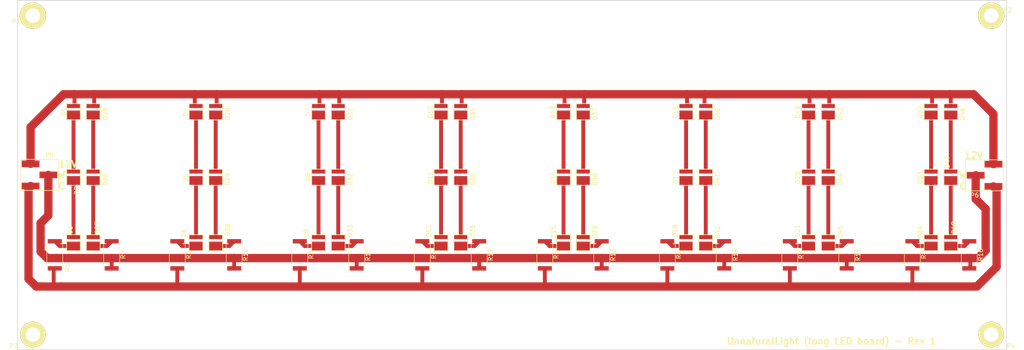
<source format=kicad_pcb>
(kicad_pcb (version 4) (host pcbnew 4.0.6+dfsg1-1)

  (general
    (links 83)
    (no_connects 0)
    (area 87.924999 66.924999 314.075001 147.075001)
    (thickness 1.6)
    (drawings 22)
    (tracks 174)
    (zones 0)
    (modules 70)
    (nets 52)
  )

  (page A3)
  (layers
    (0 F.Cu signal)
    (31 B.Cu signal)
    (32 B.Adhes user)
    (33 F.Adhes user)
    (34 B.Paste user)
    (35 F.Paste user)
    (36 B.SilkS user)
    (37 F.SilkS user)
    (38 B.Mask user)
    (39 F.Mask user)
    (40 Dwgs.User user)
    (41 Cmts.User user)
    (42 Eco1.User user)
    (43 Eco2.User user)
    (44 Edge.Cuts user)
    (45 Margin user)
    (46 B.CrtYd user)
    (47 F.CrtYd user)
    (48 B.Fab user)
    (49 F.Fab user)
  )

  (setup
    (last_trace_width 1.905)
    (user_trace_width 1.905)
    (trace_clearance 0.254)
    (zone_clearance 0.8)
    (zone_45_only no)
    (trace_min 0.2)
    (segment_width 0.2)
    (edge_width 0.15)
    (via_size 0.6)
    (via_drill 0.4)
    (via_min_size 0.4)
    (via_min_drill 0.3)
    (uvia_size 0.3)
    (uvia_drill 0.1)
    (uvias_allowed no)
    (uvia_min_size 0)
    (uvia_min_drill 0)
    (pcb_text_width 0.3)
    (pcb_text_size 1.5 1.5)
    (mod_edge_width 0.15)
    (mod_text_size 1 1)
    (mod_text_width 0.15)
    (pad_size 5.842 5.842)
    (pad_drill 3.3)
    (pad_to_mask_clearance 0.1016)
    (pad_to_paste_clearance -0.127)
    (aux_axis_origin 0 0)
    (visible_elements FFFFFF7F)
    (pcbplotparams
      (layerselection 0x010a0_00000001)
      (usegerberextensions true)
      (excludeedgelayer false)
      (linewidth 0.100000)
      (plotframeref false)
      (viasonmask false)
      (mode 1)
      (useauxorigin false)
      (hpglpennumber 1)
      (hpglpenspeed 20)
      (hpglpendiameter 15)
      (hpglpenoverlay 2)
      (psnegative false)
      (psa4output false)
      (plotreference true)
      (plotvalue true)
      (plotinvisibletext false)
      (padsonsilk false)
      (subtractmaskfromsilk false)
      (outputformat 1)
      (mirror false)
      (drillshape 0)
      (scaleselection 1)
      (outputdirectory fab/))
  )

  (net 0 "")
  (net 1 "Net-(D1-Pad1)")
  (net 2 "Net-(D2-Pad1)")
  (net 3 "Net-(D3-Pad1)")
  (net 4 "Net-(D4-Pad1)")
  (net 5 "Net-(D5-Pad1)")
  (net 6 "Net-(D7-Pad1)")
  (net 7 "Net-(D8-Pad1)")
  (net 8 "Net-(D12-Pad1)")
  (net 9 "Net-(D10-Pad1)")
  (net 10 "Net-(D11-Pad1)")
  (net 11 +12V)
  (net 12 "Net-(D6-Pad1)")
  (net 13 "Net-(D9-Pad1)")
  (net 14 "Net-(D13-Pad1)")
  (net 15 "Net-(D14-Pad1)")
  (net 16 "Net-(D15-Pad1)")
  (net 17 "Net-(D16-Pad1)")
  (net 18 "Net-(D17-Pad1)")
  (net 19 "Net-(D18-Pad1)")
  (net 20 "Net-(D19-Pad1)")
  (net 21 "Net-(D20-Pad1)")
  (net 22 "Net-(D21-Pad1)")
  (net 23 "Net-(D22-Pad1)")
  (net 24 "Net-(D23-Pad1)")
  (net 25 "Net-(D24-Pad1)")
  (net 26 "Net-(D25-Pad1)")
  (net 27 "Net-(D26-Pad1)")
  (net 28 "Net-(D27-Pad1)")
  (net 29 "Net-(D28-Pad1)")
  (net 30 "Net-(D29-Pad1)")
  (net 31 "Net-(D30-Pad1)")
  (net 32 "Net-(D31-Pad1)")
  (net 33 "Net-(D32-Pad1)")
  (net 34 "Net-(D33-Pad1)")
  (net 35 "Net-(D34-Pad1)")
  (net 36 "Net-(D35-Pad1)")
  (net 37 "Net-(D36-Pad1)")
  (net 38 "Net-(D37-Pad1)")
  (net 39 "Net-(D38-Pad1)")
  (net 40 "Net-(D39-Pad1)")
  (net 41 "Net-(D40-Pad1)")
  (net 42 "Net-(D41-Pad1)")
  (net 43 "Net-(D42-Pad1)")
  (net 44 "Net-(D43-Pad1)")
  (net 45 "Net-(D44-Pad1)")
  (net 46 "Net-(D45-Pad1)")
  (net 47 "Net-(D46-Pad1)")
  (net 48 "Net-(D47-Pad1)")
  (net 49 "Net-(D48-Pad1)")
  (net 50 /COOL)
  (net 51 /WARM)

  (net_class Default "This is the default net class."
    (clearance 0.254)
    (trace_width 0.889)
    (via_dia 0.6)
    (via_drill 0.4)
    (uvia_dia 0.3)
    (uvia_drill 0.1)
    (add_net /COOL)
    (add_net /WARM)
    (add_net "Net-(D13-Pad1)")
    (add_net "Net-(D14-Pad1)")
    (add_net "Net-(D15-Pad1)")
    (add_net "Net-(D16-Pad1)")
    (add_net "Net-(D17-Pad1)")
    (add_net "Net-(D18-Pad1)")
    (add_net "Net-(D19-Pad1)")
    (add_net "Net-(D20-Pad1)")
    (add_net "Net-(D21-Pad1)")
    (add_net "Net-(D22-Pad1)")
    (add_net "Net-(D23-Pad1)")
    (add_net "Net-(D24-Pad1)")
    (add_net "Net-(D25-Pad1)")
    (add_net "Net-(D26-Pad1)")
    (add_net "Net-(D27-Pad1)")
    (add_net "Net-(D28-Pad1)")
    (add_net "Net-(D29-Pad1)")
    (add_net "Net-(D30-Pad1)")
    (add_net "Net-(D31-Pad1)")
    (add_net "Net-(D32-Pad1)")
    (add_net "Net-(D33-Pad1)")
    (add_net "Net-(D34-Pad1)")
    (add_net "Net-(D35-Pad1)")
    (add_net "Net-(D36-Pad1)")
    (add_net "Net-(D37-Pad1)")
    (add_net "Net-(D38-Pad1)")
    (add_net "Net-(D39-Pad1)")
    (add_net "Net-(D40-Pad1)")
    (add_net "Net-(D41-Pad1)")
    (add_net "Net-(D42-Pad1)")
    (add_net "Net-(D43-Pad1)")
    (add_net "Net-(D44-Pad1)")
    (add_net "Net-(D45-Pad1)")
    (add_net "Net-(D46-Pad1)")
    (add_net "Net-(D47-Pad1)")
    (add_net "Net-(D48-Pad1)")
    (add_net "Net-(D6-Pad1)")
    (add_net "Net-(D9-Pad1)")
  )

  (net_class Fat ""
    (clearance 0.254)
    (trace_width 0.889)
    (via_dia 1.905)
    (via_drill 1.27)
    (uvia_dia 0.3)
    (uvia_drill 0.1)
    (add_net +12V)
    (add_net "Net-(D1-Pad1)")
    (add_net "Net-(D10-Pad1)")
    (add_net "Net-(D11-Pad1)")
    (add_net "Net-(D12-Pad1)")
    (add_net "Net-(D2-Pad1)")
    (add_net "Net-(D3-Pad1)")
    (add_net "Net-(D4-Pad1)")
    (add_net "Net-(D5-Pad1)")
    (add_net "Net-(D7-Pad1)")
    (add_net "Net-(D8-Pad1)")
  )

  (module Resistors_SMD:R_2512 (layer F.Cu) (tedit 58E0A804) (tstamp 59DAB46F)
    (at 152.5 125.25 270)
    (descr "Resistor SMD 2512, reflow soldering, Vishay (see dcrcw.pdf)")
    (tags "resistor 2512")
    (path /5A00D19C)
    (attr smd)
    (fp_text reference R3 (at 0 -2.6 270) (layer F.SilkS)
      (effects (font (size 1 1) (thickness 0.15)))
    )
    (fp_text value 8.2R (at 0 2.75 270) (layer F.Fab)
      (effects (font (size 1 1) (thickness 0.15)))
    )
    (fp_text user %R (at 0 0 270) (layer F.Fab)
      (effects (font (size 1 1) (thickness 0.15)))
    )
    (fp_line (start -3.15 1.6) (end -3.15 -1.6) (layer F.Fab) (width 0.1))
    (fp_line (start 3.15 1.6) (end -3.15 1.6) (layer F.Fab) (width 0.1))
    (fp_line (start 3.15 -1.6) (end 3.15 1.6) (layer F.Fab) (width 0.1))
    (fp_line (start -3.15 -1.6) (end 3.15 -1.6) (layer F.Fab) (width 0.1))
    (fp_line (start 2.6 1.82) (end -2.6 1.82) (layer F.SilkS) (width 0.12))
    (fp_line (start -2.6 -1.82) (end 2.6 -1.82) (layer F.SilkS) (width 0.12))
    (fp_line (start -3.85 -1.85) (end 3.85 -1.85) (layer F.CrtYd) (width 0.05))
    (fp_line (start -3.85 -1.85) (end -3.85 1.85) (layer F.CrtYd) (width 0.05))
    (fp_line (start 3.85 1.85) (end 3.85 -1.85) (layer F.CrtYd) (width 0.05))
    (fp_line (start 3.85 1.85) (end -3.85 1.85) (layer F.CrtYd) (width 0.05))
    (pad 1 smd rect (at -3.1 0 270) (size 1 3.2) (layers F.Cu F.Paste F.Mask)
      (net 13 "Net-(D9-Pad1)"))
    (pad 2 smd rect (at 3.1 0 270) (size 1 3.2) (layers F.Cu F.Paste F.Mask)
      (net 50 /COOL))
    (model ${KISYS3DMOD}/Resistors_SMD.3dshapes/R_2512.wrl
      (at (xyz 0 0 0))
      (scale (xyz 1 1 1))
      (rotate (xyz 0 0 0))
    )
  )

  (module matthew:M3 (layer F.Cu) (tedit 5A00BF75) (tstamp 56B13130)
    (at 91.5 143.5)
    (path /56B13EE8)
    (fp_text reference P3 (at -4.35 2.62) (layer F.SilkS)
      (effects (font (size 1 1) (thickness 0.15)))
    )
    (fp_text value CONN_01X01 (at -2.54 -1.27) (layer F.Fab)
      (effects (font (size 1 1) (thickness 0.15)))
    )
    (pad "" thru_hole circle (at 0 0) (size 5.842 5.842) (drill 3.3) (layers *.Cu *.Mask F.SilkS)
      (clearance 1))
  )

  (module matthew:M3 (layer F.Cu) (tedit 5A00BFA2) (tstamp 56B13135)
    (at 310.5 143.5)
    (path /56B13F3E)
    (fp_text reference P4 (at 4.5 2.62) (layer F.SilkS)
      (effects (font (size 1 1) (thickness 0.15)))
    )
    (fp_text value CONN_01X01 (at -2.54 -1.27) (layer F.Fab)
      (effects (font (size 1 1) (thickness 0.15)))
    )
    (pad "" thru_hole circle (at 0 0) (size 5.842 5.842) (drill 3.3) (layers *.Cu *.Mask F.SilkS)
      (clearance 1))
  )

  (module matthew:LED3030 (layer F.Cu) (tedit 5A00CBA1) (tstamp 59DAB3D2)
    (at 99 94.5 90)
    (path /59DAB1B7)
    (fp_text reference D1 (at 2 -0.5 90) (layer F.SilkS)
      (effects (font (size 1 1) (thickness 0.15)))
    )
    (fp_text value LED (at 3.1115 4.191 90) (layer F.Fab)
      (effects (font (size 1 1) (thickness 0.15)))
    )
    (fp_line (start 0.1905 0.1905) (end 3.81 0.1905) (layer F.SilkS) (width 0.15))
    (fp_line (start 3.81 0.1905) (end 3.8735 0.1905) (layer F.SilkS) (width 0.15))
    (fp_line (start 3.8735 0.1905) (end 3.8735 3.3655) (layer F.SilkS) (width 0.15))
    (fp_line (start 3.8735 3.3655) (end 0.127 3.3655) (layer F.SilkS) (width 0.15))
    (fp_line (start 0.127 3.3655) (end 0.127 0.1905) (layer F.SilkS) (width 0.15))
    (pad 1 smd rect (at 1.27 1.778 90) (size 2 3) (layers F.Cu F.Paste F.Mask)
      (net 1 "Net-(D1-Pad1)"))
    (pad 2 smd rect (at 3.302 1.778 90) (size 0.9 3) (layers F.Cu F.Paste F.Mask)
      (net 11 +12V))
  )

  (module matthew:LED3030 (layer F.Cu) (tedit 5A025CE1) (tstamp 59DAB3DD)
    (at 99 109.5 90)
    (path /59DAB1BD)
    (fp_text reference D2 (at -1 2.5 90) (layer F.SilkS)
      (effects (font (size 1 1) (thickness 0.15)))
    )
    (fp_text value LED (at 3.1115 4.191 90) (layer F.Fab)
      (effects (font (size 1 1) (thickness 0.15)))
    )
    (fp_line (start 0.1905 0.1905) (end 3.81 0.1905) (layer F.SilkS) (width 0.15))
    (fp_line (start 3.81 0.1905) (end 3.8735 0.1905) (layer F.SilkS) (width 0.15))
    (fp_line (start 3.8735 0.1905) (end 3.8735 3.3655) (layer F.SilkS) (width 0.15))
    (fp_line (start 3.8735 3.3655) (end 0.127 3.3655) (layer F.SilkS) (width 0.15))
    (fp_line (start 0.127 3.3655) (end 0.127 0.1905) (layer F.SilkS) (width 0.15))
    (pad 1 smd rect (at 1.27 1.778 90) (size 2 3) (layers F.Cu F.Paste F.Mask)
      (net 2 "Net-(D2-Pad1)"))
    (pad 2 smd rect (at 3.302 1.778 90) (size 0.9 3) (layers F.Cu F.Paste F.Mask)
      (net 1 "Net-(D1-Pad1)"))
  )

  (module matthew:LED3030 (layer F.Cu) (tedit 5A00CFAD) (tstamp 59DAB3E8)
    (at 99 124.5 90)
    (path /59DAB1C3)
    (fp_text reference D3 (at 5 1 90) (layer F.SilkS)
      (effects (font (size 1 1) (thickness 0.15)))
    )
    (fp_text value LED (at 3.1115 4.191 90) (layer F.Fab)
      (effects (font (size 1 1) (thickness 0.15)))
    )
    (fp_line (start 0.1905 0.1905) (end 3.81 0.1905) (layer F.SilkS) (width 0.15))
    (fp_line (start 3.81 0.1905) (end 3.8735 0.1905) (layer F.SilkS) (width 0.15))
    (fp_line (start 3.8735 0.1905) (end 3.8735 3.3655) (layer F.SilkS) (width 0.15))
    (fp_line (start 3.8735 3.3655) (end 0.127 3.3655) (layer F.SilkS) (width 0.15))
    (fp_line (start 0.127 3.3655) (end 0.127 0.1905) (layer F.SilkS) (width 0.15))
    (pad 1 smd rect (at 1.27 1.778 90) (size 2 3) (layers F.Cu F.Paste F.Mask)
      (net 3 "Net-(D3-Pad1)"))
    (pad 2 smd rect (at 3.302 1.778 90) (size 0.9 3) (layers F.Cu F.Paste F.Mask)
      (net 2 "Net-(D2-Pad1)"))
  )

  (module matthew:LED3030 (layer F.Cu) (tedit 59DAB2C2) (tstamp 59DAB3F3)
    (at 127 94.5 90)
    (path /59DAB09F)
    (fp_text reference D4 (at 1.905 -0.635 90) (layer F.SilkS)
      (effects (font (size 1 1) (thickness 0.15)))
    )
    (fp_text value LED (at 3.1115 4.191 90) (layer F.Fab)
      (effects (font (size 1 1) (thickness 0.15)))
    )
    (fp_line (start 0.1905 0.1905) (end 3.81 0.1905) (layer F.SilkS) (width 0.15))
    (fp_line (start 3.81 0.1905) (end 3.8735 0.1905) (layer F.SilkS) (width 0.15))
    (fp_line (start 3.8735 0.1905) (end 3.8735 3.3655) (layer F.SilkS) (width 0.15))
    (fp_line (start 3.8735 3.3655) (end 0.127 3.3655) (layer F.SilkS) (width 0.15))
    (fp_line (start 0.127 3.3655) (end 0.127 0.1905) (layer F.SilkS) (width 0.15))
    (pad 1 smd rect (at 1.27 1.778 90) (size 2 3) (layers F.Cu F.Paste F.Mask)
      (net 4 "Net-(D4-Pad1)"))
    (pad 2 smd rect (at 3.302 1.778 90) (size 0.9 3) (layers F.Cu F.Paste F.Mask)
      (net 11 +12V))
  )

  (module matthew:LED3030 (layer F.Cu) (tedit 59DAB2C2) (tstamp 59DAB3FE)
    (at 127 109.5 90)
    (path /59DAB0A5)
    (fp_text reference D5 (at 1.905 -0.635 90) (layer F.SilkS)
      (effects (font (size 1 1) (thickness 0.15)))
    )
    (fp_text value LED (at 3.1115 4.191 90) (layer F.Fab)
      (effects (font (size 1 1) (thickness 0.15)))
    )
    (fp_line (start 0.1905 0.1905) (end 3.81 0.1905) (layer F.SilkS) (width 0.15))
    (fp_line (start 3.81 0.1905) (end 3.8735 0.1905) (layer F.SilkS) (width 0.15))
    (fp_line (start 3.8735 0.1905) (end 3.8735 3.3655) (layer F.SilkS) (width 0.15))
    (fp_line (start 3.8735 3.3655) (end 0.127 3.3655) (layer F.SilkS) (width 0.15))
    (fp_line (start 0.127 3.3655) (end 0.127 0.1905) (layer F.SilkS) (width 0.15))
    (pad 1 smd rect (at 1.27 1.778 90) (size 2 3) (layers F.Cu F.Paste F.Mask)
      (net 5 "Net-(D5-Pad1)"))
    (pad 2 smd rect (at 3.302 1.778 90) (size 0.9 3) (layers F.Cu F.Paste F.Mask)
      (net 4 "Net-(D4-Pad1)"))
  )

  (module matthew:LED3030 (layer F.Cu) (tedit 5A00D360) (tstamp 59DAB409)
    (at 127 124.5 90)
    (path /59DAB0AB)
    (fp_text reference D6 (at 4.25 -1 90) (layer F.SilkS)
      (effects (font (size 1 1) (thickness 0.15)))
    )
    (fp_text value LED (at 3.1115 4.191 90) (layer F.Fab)
      (effects (font (size 1 1) (thickness 0.15)))
    )
    (fp_line (start 0.1905 0.1905) (end 3.81 0.1905) (layer F.SilkS) (width 0.15))
    (fp_line (start 3.81 0.1905) (end 3.8735 0.1905) (layer F.SilkS) (width 0.15))
    (fp_line (start 3.8735 0.1905) (end 3.8735 3.3655) (layer F.SilkS) (width 0.15))
    (fp_line (start 3.8735 3.3655) (end 0.127 3.3655) (layer F.SilkS) (width 0.15))
    (fp_line (start 0.127 3.3655) (end 0.127 0.1905) (layer F.SilkS) (width 0.15))
    (pad 1 smd rect (at 1.27 1.778 90) (size 2 3) (layers F.Cu F.Paste F.Mask)
      (net 12 "Net-(D6-Pad1)"))
    (pad 2 smd rect (at 3.302 1.778 90) (size 0.9 3) (layers F.Cu F.Paste F.Mask)
      (net 5 "Net-(D5-Pad1)"))
  )

  (module matthew:LED3030 (layer F.Cu) (tedit 59DAB2C2) (tstamp 59DAB414)
    (at 155 94.5 90)
    (path /5A00D1B6)
    (fp_text reference D7 (at 1.905 -0.635 90) (layer F.SilkS)
      (effects (font (size 1 1) (thickness 0.15)))
    )
    (fp_text value LED (at 3.1115 4.191 90) (layer F.Fab)
      (effects (font (size 1 1) (thickness 0.15)))
    )
    (fp_line (start 0.1905 0.1905) (end 3.81 0.1905) (layer F.SilkS) (width 0.15))
    (fp_line (start 3.81 0.1905) (end 3.8735 0.1905) (layer F.SilkS) (width 0.15))
    (fp_line (start 3.8735 0.1905) (end 3.8735 3.3655) (layer F.SilkS) (width 0.15))
    (fp_line (start 3.8735 3.3655) (end 0.127 3.3655) (layer F.SilkS) (width 0.15))
    (fp_line (start 0.127 3.3655) (end 0.127 0.1905) (layer F.SilkS) (width 0.15))
    (pad 1 smd rect (at 1.27 1.778 90) (size 2 3) (layers F.Cu F.Paste F.Mask)
      (net 6 "Net-(D7-Pad1)"))
    (pad 2 smd rect (at 3.302 1.778 90) (size 0.9 3) (layers F.Cu F.Paste F.Mask)
      (net 11 +12V))
  )

  (module matthew:LED3030 (layer F.Cu) (tedit 59DAB2C2) (tstamp 59DAB41F)
    (at 155 109.5 90)
    (path /5A00D1BC)
    (fp_text reference D8 (at 1.905 -0.635 90) (layer F.SilkS)
      (effects (font (size 1 1) (thickness 0.15)))
    )
    (fp_text value LED (at 3.1115 4.191 90) (layer F.Fab)
      (effects (font (size 1 1) (thickness 0.15)))
    )
    (fp_line (start 0.1905 0.1905) (end 3.81 0.1905) (layer F.SilkS) (width 0.15))
    (fp_line (start 3.81 0.1905) (end 3.8735 0.1905) (layer F.SilkS) (width 0.15))
    (fp_line (start 3.8735 0.1905) (end 3.8735 3.3655) (layer F.SilkS) (width 0.15))
    (fp_line (start 3.8735 3.3655) (end 0.127 3.3655) (layer F.SilkS) (width 0.15))
    (fp_line (start 0.127 3.3655) (end 0.127 0.1905) (layer F.SilkS) (width 0.15))
    (pad 1 smd rect (at 1.27 1.778 90) (size 2 3) (layers F.Cu F.Paste F.Mask)
      (net 7 "Net-(D8-Pad1)"))
    (pad 2 smd rect (at 3.302 1.778 90) (size 0.9 3) (layers F.Cu F.Paste F.Mask)
      (net 6 "Net-(D7-Pad1)"))
  )

  (module matthew:LED3030 (layer F.Cu) (tedit 5A00D379) (tstamp 59DAB42A)
    (at 155 124.5 90)
    (path /5A00D1C2)
    (fp_text reference D9 (at 4.25 -1 90) (layer F.SilkS)
      (effects (font (size 1 1) (thickness 0.15)))
    )
    (fp_text value LED (at 3.1115 4.191 90) (layer F.Fab)
      (effects (font (size 1 1) (thickness 0.15)))
    )
    (fp_line (start 0.1905 0.1905) (end 3.81 0.1905) (layer F.SilkS) (width 0.15))
    (fp_line (start 3.81 0.1905) (end 3.8735 0.1905) (layer F.SilkS) (width 0.15))
    (fp_line (start 3.8735 0.1905) (end 3.8735 3.3655) (layer F.SilkS) (width 0.15))
    (fp_line (start 3.8735 3.3655) (end 0.127 3.3655) (layer F.SilkS) (width 0.15))
    (fp_line (start 0.127 3.3655) (end 0.127 0.1905) (layer F.SilkS) (width 0.15))
    (pad 1 smd rect (at 1.27 1.778 90) (size 2 3) (layers F.Cu F.Paste F.Mask)
      (net 13 "Net-(D9-Pad1)"))
    (pad 2 smd rect (at 3.302 1.778 90) (size 0.9 3) (layers F.Cu F.Paste F.Mask)
      (net 7 "Net-(D8-Pad1)"))
  )

  (module matthew:LED3030 (layer F.Cu) (tedit 59DAB2C2) (tstamp 59DAB435)
    (at 183 94.5 90)
    (path /5A00D1A2)
    (fp_text reference D10 (at 1.905 -0.635 90) (layer F.SilkS)
      (effects (font (size 1 1) (thickness 0.15)))
    )
    (fp_text value LED (at 3.1115 4.191 90) (layer F.Fab)
      (effects (font (size 1 1) (thickness 0.15)))
    )
    (fp_line (start 0.1905 0.1905) (end 3.81 0.1905) (layer F.SilkS) (width 0.15))
    (fp_line (start 3.81 0.1905) (end 3.8735 0.1905) (layer F.SilkS) (width 0.15))
    (fp_line (start 3.8735 0.1905) (end 3.8735 3.3655) (layer F.SilkS) (width 0.15))
    (fp_line (start 3.8735 3.3655) (end 0.127 3.3655) (layer F.SilkS) (width 0.15))
    (fp_line (start 0.127 3.3655) (end 0.127 0.1905) (layer F.SilkS) (width 0.15))
    (pad 1 smd rect (at 1.27 1.778 90) (size 2 3) (layers F.Cu F.Paste F.Mask)
      (net 9 "Net-(D10-Pad1)"))
    (pad 2 smd rect (at 3.302 1.778 90) (size 0.9 3) (layers F.Cu F.Paste F.Mask)
      (net 11 +12V))
  )

  (module matthew:LED3030 (layer F.Cu) (tedit 59DAB2C2) (tstamp 59DAB440)
    (at 183 109.5 90)
    (path /5A00D1A8)
    (fp_text reference D11 (at 1.905 -0.635 90) (layer F.SilkS)
      (effects (font (size 1 1) (thickness 0.15)))
    )
    (fp_text value LED (at 3.1115 4.191 90) (layer F.Fab)
      (effects (font (size 1 1) (thickness 0.15)))
    )
    (fp_line (start 0.1905 0.1905) (end 3.81 0.1905) (layer F.SilkS) (width 0.15))
    (fp_line (start 3.81 0.1905) (end 3.8735 0.1905) (layer F.SilkS) (width 0.15))
    (fp_line (start 3.8735 0.1905) (end 3.8735 3.3655) (layer F.SilkS) (width 0.15))
    (fp_line (start 3.8735 3.3655) (end 0.127 3.3655) (layer F.SilkS) (width 0.15))
    (fp_line (start 0.127 3.3655) (end 0.127 0.1905) (layer F.SilkS) (width 0.15))
    (pad 1 smd rect (at 1.27 1.778 90) (size 2 3) (layers F.Cu F.Paste F.Mask)
      (net 10 "Net-(D11-Pad1)"))
    (pad 2 smd rect (at 3.302 1.778 90) (size 0.9 3) (layers F.Cu F.Paste F.Mask)
      (net 9 "Net-(D10-Pad1)"))
  )

  (module matthew:LED3030 (layer F.Cu) (tedit 5A00D3BA) (tstamp 59DAB44B)
    (at 183 124.5 90)
    (path /5A00D1AE)
    (fp_text reference D12 (at 4.75 -1 90) (layer F.SilkS)
      (effects (font (size 1 1) (thickness 0.15)))
    )
    (fp_text value LED (at 3.1115 4.191 90) (layer F.Fab)
      (effects (font (size 1 1) (thickness 0.15)))
    )
    (fp_line (start 0.1905 0.1905) (end 3.81 0.1905) (layer F.SilkS) (width 0.15))
    (fp_line (start 3.81 0.1905) (end 3.8735 0.1905) (layer F.SilkS) (width 0.15))
    (fp_line (start 3.8735 0.1905) (end 3.8735 3.3655) (layer F.SilkS) (width 0.15))
    (fp_line (start 3.8735 3.3655) (end 0.127 3.3655) (layer F.SilkS) (width 0.15))
    (fp_line (start 0.127 3.3655) (end 0.127 0.1905) (layer F.SilkS) (width 0.15))
    (pad 1 smd rect (at 1.27 1.778 90) (size 2 3) (layers F.Cu F.Paste F.Mask)
      (net 8 "Net-(D12-Pad1)"))
    (pad 2 smd rect (at 3.302 1.778 90) (size 0.9 3) (layers F.Cu F.Paste F.Mask)
      (net 10 "Net-(D11-Pad1)"))
  )

  (module Resistors_SMD:R_2512 (layer F.Cu) (tedit 5A00CB03) (tstamp 59DAB465)
    (at 96.5 125.25 270)
    (descr "Resistor SMD 2512, reflow soldering, Vishay (see dcrcw.pdf)")
    (tags "resistor 2512")
    (path /56B120D6)
    (attr smd)
    (fp_text reference R1 (at 3 -3 270) (layer F.SilkS)
      (effects (font (size 1 1) (thickness 0.15)))
    )
    (fp_text value 8.2R (at 0 2.75 270) (layer F.Fab)
      (effects (font (size 1 1) (thickness 0.15)))
    )
    (fp_text user %R (at 0 0 270) (layer F.Fab)
      (effects (font (size 1 1) (thickness 0.15)))
    )
    (fp_line (start -3.15 1.6) (end -3.15 -1.6) (layer F.Fab) (width 0.1))
    (fp_line (start 3.15 1.6) (end -3.15 1.6) (layer F.Fab) (width 0.1))
    (fp_line (start 3.15 -1.6) (end 3.15 1.6) (layer F.Fab) (width 0.1))
    (fp_line (start -3.15 -1.6) (end 3.15 -1.6) (layer F.Fab) (width 0.1))
    (fp_line (start 2.6 1.82) (end -2.6 1.82) (layer F.SilkS) (width 0.12))
    (fp_line (start -2.6 -1.82) (end 2.6 -1.82) (layer F.SilkS) (width 0.12))
    (fp_line (start -3.85 -1.85) (end 3.85 -1.85) (layer F.CrtYd) (width 0.05))
    (fp_line (start -3.85 -1.85) (end -3.85 1.85) (layer F.CrtYd) (width 0.05))
    (fp_line (start 3.85 1.85) (end 3.85 -1.85) (layer F.CrtYd) (width 0.05))
    (fp_line (start 3.85 1.85) (end -3.85 1.85) (layer F.CrtYd) (width 0.05))
    (pad 1 smd rect (at -3.1 0 270) (size 1 3.2) (layers F.Cu F.Paste F.Mask)
      (net 3 "Net-(D3-Pad1)"))
    (pad 2 smd rect (at 3.1 0 270) (size 1 3.2) (layers F.Cu F.Paste F.Mask)
      (net 50 /COOL))
    (model ${KISYS3DMOD}/Resistors_SMD.3dshapes/R_2512.wrl
      (at (xyz 0 0 0))
      (scale (xyz 1 1 1))
      (rotate (xyz 0 0 0))
    )
  )

  (module Resistors_SMD:R_2512 (layer F.Cu) (tedit 58E0A804) (tstamp 59DAB46A)
    (at 124.5 125.25 270)
    (descr "Resistor SMD 2512, reflow soldering, Vishay (see dcrcw.pdf)")
    (tags "resistor 2512")
    (path /56B1171C)
    (attr smd)
    (fp_text reference R2 (at 0 -2.6 270) (layer F.SilkS)
      (effects (font (size 1 1) (thickness 0.15)))
    )
    (fp_text value 8.2R (at 0 2.75 270) (layer F.Fab)
      (effects (font (size 1 1) (thickness 0.15)))
    )
    (fp_text user %R (at 0 0 270) (layer F.Fab)
      (effects (font (size 1 1) (thickness 0.15)))
    )
    (fp_line (start -3.15 1.6) (end -3.15 -1.6) (layer F.Fab) (width 0.1))
    (fp_line (start 3.15 1.6) (end -3.15 1.6) (layer F.Fab) (width 0.1))
    (fp_line (start 3.15 -1.6) (end 3.15 1.6) (layer F.Fab) (width 0.1))
    (fp_line (start -3.15 -1.6) (end 3.15 -1.6) (layer F.Fab) (width 0.1))
    (fp_line (start 2.6 1.82) (end -2.6 1.82) (layer F.SilkS) (width 0.12))
    (fp_line (start -2.6 -1.82) (end 2.6 -1.82) (layer F.SilkS) (width 0.12))
    (fp_line (start -3.85 -1.85) (end 3.85 -1.85) (layer F.CrtYd) (width 0.05))
    (fp_line (start -3.85 -1.85) (end -3.85 1.85) (layer F.CrtYd) (width 0.05))
    (fp_line (start 3.85 1.85) (end 3.85 -1.85) (layer F.CrtYd) (width 0.05))
    (fp_line (start 3.85 1.85) (end -3.85 1.85) (layer F.CrtYd) (width 0.05))
    (pad 1 smd rect (at -3.1 0 270) (size 1 3.2) (layers F.Cu F.Paste F.Mask)
      (net 12 "Net-(D6-Pad1)"))
    (pad 2 smd rect (at 3.1 0 270) (size 1 3.2) (layers F.Cu F.Paste F.Mask)
      (net 50 /COOL))
    (model ${KISYS3DMOD}/Resistors_SMD.3dshapes/R_2512.wrl
      (at (xyz 0 0 0))
      (scale (xyz 1 1 1))
      (rotate (xyz 0 0 0))
    )
  )

  (module Resistors_SMD:R_2512 (layer F.Cu) (tedit 58E0A804) (tstamp 59DAB474)
    (at 180.5 125.25 270)
    (descr "Resistor SMD 2512, reflow soldering, Vishay (see dcrcw.pdf)")
    (tags "resistor 2512")
    (path /5A00D196)
    (attr smd)
    (fp_text reference R4 (at 0 -2.6 270) (layer F.SilkS)
      (effects (font (size 1 1) (thickness 0.15)))
    )
    (fp_text value 8.2R (at 0 2.75 270) (layer F.Fab)
      (effects (font (size 1 1) (thickness 0.15)))
    )
    (fp_text user %R (at 0 0 270) (layer F.Fab)
      (effects (font (size 1 1) (thickness 0.15)))
    )
    (fp_line (start -3.15 1.6) (end -3.15 -1.6) (layer F.Fab) (width 0.1))
    (fp_line (start 3.15 1.6) (end -3.15 1.6) (layer F.Fab) (width 0.1))
    (fp_line (start 3.15 -1.6) (end 3.15 1.6) (layer F.Fab) (width 0.1))
    (fp_line (start -3.15 -1.6) (end 3.15 -1.6) (layer F.Fab) (width 0.1))
    (fp_line (start 2.6 1.82) (end -2.6 1.82) (layer F.SilkS) (width 0.12))
    (fp_line (start -2.6 -1.82) (end 2.6 -1.82) (layer F.SilkS) (width 0.12))
    (fp_line (start -3.85 -1.85) (end 3.85 -1.85) (layer F.CrtYd) (width 0.05))
    (fp_line (start -3.85 -1.85) (end -3.85 1.85) (layer F.CrtYd) (width 0.05))
    (fp_line (start 3.85 1.85) (end 3.85 -1.85) (layer F.CrtYd) (width 0.05))
    (fp_line (start 3.85 1.85) (end -3.85 1.85) (layer F.CrtYd) (width 0.05))
    (pad 1 smd rect (at -3.1 0 270) (size 1 3.2) (layers F.Cu F.Paste F.Mask)
      (net 8 "Net-(D12-Pad1)"))
    (pad 2 smd rect (at 3.1 0 270) (size 1 3.2) (layers F.Cu F.Paste F.Mask)
      (net 50 /COOL))
    (model ${KISYS3DMOD}/Resistors_SMD.3dshapes/R_2512.wrl
      (at (xyz 0 0 0))
      (scale (xyz 1 1 1))
      (rotate (xyz 0 0 0))
    )
  )

  (module matthew:LED3030 (layer F.Cu) (tedit 59DAB2C2) (tstamp 5A00BED9)
    (at 211 94.5 90)
    (path /5A00D5EC)
    (fp_text reference D13 (at 1.905 -0.635 90) (layer F.SilkS)
      (effects (font (size 1 1) (thickness 0.15)))
    )
    (fp_text value LED (at 3.1115 4.191 90) (layer F.Fab)
      (effects (font (size 1 1) (thickness 0.15)))
    )
    (fp_line (start 0.1905 0.1905) (end 3.81 0.1905) (layer F.SilkS) (width 0.15))
    (fp_line (start 3.81 0.1905) (end 3.8735 0.1905) (layer F.SilkS) (width 0.15))
    (fp_line (start 3.8735 0.1905) (end 3.8735 3.3655) (layer F.SilkS) (width 0.15))
    (fp_line (start 3.8735 3.3655) (end 0.127 3.3655) (layer F.SilkS) (width 0.15))
    (fp_line (start 0.127 3.3655) (end 0.127 0.1905) (layer F.SilkS) (width 0.15))
    (pad 1 smd rect (at 1.27 1.778 90) (size 2 3) (layers F.Cu F.Paste F.Mask)
      (net 14 "Net-(D13-Pad1)"))
    (pad 2 smd rect (at 3.302 1.778 90) (size 0.9 3) (layers F.Cu F.Paste F.Mask)
      (net 11 +12V))
  )

  (module matthew:LED3030 (layer F.Cu) (tedit 59DAB2C2) (tstamp 5A00BEDF)
    (at 211 109.5 90)
    (path /5A00D5F2)
    (fp_text reference D14 (at 1.905 -0.635 90) (layer F.SilkS)
      (effects (font (size 1 1) (thickness 0.15)))
    )
    (fp_text value LED (at 3.1115 4.191 90) (layer F.Fab)
      (effects (font (size 1 1) (thickness 0.15)))
    )
    (fp_line (start 0.1905 0.1905) (end 3.81 0.1905) (layer F.SilkS) (width 0.15))
    (fp_line (start 3.81 0.1905) (end 3.8735 0.1905) (layer F.SilkS) (width 0.15))
    (fp_line (start 3.8735 0.1905) (end 3.8735 3.3655) (layer F.SilkS) (width 0.15))
    (fp_line (start 3.8735 3.3655) (end 0.127 3.3655) (layer F.SilkS) (width 0.15))
    (fp_line (start 0.127 3.3655) (end 0.127 0.1905) (layer F.SilkS) (width 0.15))
    (pad 1 smd rect (at 1.27 1.778 90) (size 2 3) (layers F.Cu F.Paste F.Mask)
      (net 15 "Net-(D14-Pad1)"))
    (pad 2 smd rect (at 3.302 1.778 90) (size 0.9 3) (layers F.Cu F.Paste F.Mask)
      (net 14 "Net-(D13-Pad1)"))
  )

  (module matthew:LED3030 (layer F.Cu) (tedit 5A00D3B1) (tstamp 5A00BEE5)
    (at 211 124.5 90)
    (path /5A00D5F8)
    (fp_text reference D15 (at 4.5 -0.5 90) (layer F.SilkS)
      (effects (font (size 1 1) (thickness 0.15)))
    )
    (fp_text value LED (at 3.1115 4.191 90) (layer F.Fab)
      (effects (font (size 1 1) (thickness 0.15)))
    )
    (fp_line (start 0.1905 0.1905) (end 3.81 0.1905) (layer F.SilkS) (width 0.15))
    (fp_line (start 3.81 0.1905) (end 3.8735 0.1905) (layer F.SilkS) (width 0.15))
    (fp_line (start 3.8735 0.1905) (end 3.8735 3.3655) (layer F.SilkS) (width 0.15))
    (fp_line (start 3.8735 3.3655) (end 0.127 3.3655) (layer F.SilkS) (width 0.15))
    (fp_line (start 0.127 3.3655) (end 0.127 0.1905) (layer F.SilkS) (width 0.15))
    (pad 1 smd rect (at 1.27 1.778 90) (size 2 3) (layers F.Cu F.Paste F.Mask)
      (net 16 "Net-(D15-Pad1)"))
    (pad 2 smd rect (at 3.302 1.778 90) (size 0.9 3) (layers F.Cu F.Paste F.Mask)
      (net 15 "Net-(D14-Pad1)"))
  )

  (module matthew:LED3030 (layer F.Cu) (tedit 59DAB2C2) (tstamp 5A00BEEB)
    (at 239 94.5 90)
    (path /5A00D5D8)
    (fp_text reference D16 (at 1.905 -0.635 90) (layer F.SilkS)
      (effects (font (size 1 1) (thickness 0.15)))
    )
    (fp_text value LED (at 3.1115 4.191 90) (layer F.Fab)
      (effects (font (size 1 1) (thickness 0.15)))
    )
    (fp_line (start 0.1905 0.1905) (end 3.81 0.1905) (layer F.SilkS) (width 0.15))
    (fp_line (start 3.81 0.1905) (end 3.8735 0.1905) (layer F.SilkS) (width 0.15))
    (fp_line (start 3.8735 0.1905) (end 3.8735 3.3655) (layer F.SilkS) (width 0.15))
    (fp_line (start 3.8735 3.3655) (end 0.127 3.3655) (layer F.SilkS) (width 0.15))
    (fp_line (start 0.127 3.3655) (end 0.127 0.1905) (layer F.SilkS) (width 0.15))
    (pad 1 smd rect (at 1.27 1.778 90) (size 2 3) (layers F.Cu F.Paste F.Mask)
      (net 17 "Net-(D16-Pad1)"))
    (pad 2 smd rect (at 3.302 1.778 90) (size 0.9 3) (layers F.Cu F.Paste F.Mask)
      (net 11 +12V))
  )

  (module matthew:LED3030 (layer F.Cu) (tedit 59DAB2C2) (tstamp 5A00BEF1)
    (at 239 109.5 90)
    (path /5A00D5DE)
    (fp_text reference D17 (at 1.905 -0.635 90) (layer F.SilkS)
      (effects (font (size 1 1) (thickness 0.15)))
    )
    (fp_text value LED (at 3.1115 4.191 90) (layer F.Fab)
      (effects (font (size 1 1) (thickness 0.15)))
    )
    (fp_line (start 0.1905 0.1905) (end 3.81 0.1905) (layer F.SilkS) (width 0.15))
    (fp_line (start 3.81 0.1905) (end 3.8735 0.1905) (layer F.SilkS) (width 0.15))
    (fp_line (start 3.8735 0.1905) (end 3.8735 3.3655) (layer F.SilkS) (width 0.15))
    (fp_line (start 3.8735 3.3655) (end 0.127 3.3655) (layer F.SilkS) (width 0.15))
    (fp_line (start 0.127 3.3655) (end 0.127 0.1905) (layer F.SilkS) (width 0.15))
    (pad 1 smd rect (at 1.27 1.778 90) (size 2 3) (layers F.Cu F.Paste F.Mask)
      (net 18 "Net-(D17-Pad1)"))
    (pad 2 smd rect (at 3.302 1.778 90) (size 0.9 3) (layers F.Cu F.Paste F.Mask)
      (net 17 "Net-(D16-Pad1)"))
  )

  (module matthew:LED3030 (layer F.Cu) (tedit 5A00D3D0) (tstamp 5A00BEF7)
    (at 239 124.5 90)
    (path /5A00D5E4)
    (fp_text reference D18 (at 4.75 -0.75 90) (layer F.SilkS)
      (effects (font (size 1 1) (thickness 0.15)))
    )
    (fp_text value LED (at 3.1115 4.191 90) (layer F.Fab)
      (effects (font (size 1 1) (thickness 0.15)))
    )
    (fp_line (start 0.1905 0.1905) (end 3.81 0.1905) (layer F.SilkS) (width 0.15))
    (fp_line (start 3.81 0.1905) (end 3.8735 0.1905) (layer F.SilkS) (width 0.15))
    (fp_line (start 3.8735 0.1905) (end 3.8735 3.3655) (layer F.SilkS) (width 0.15))
    (fp_line (start 3.8735 3.3655) (end 0.127 3.3655) (layer F.SilkS) (width 0.15))
    (fp_line (start 0.127 3.3655) (end 0.127 0.1905) (layer F.SilkS) (width 0.15))
    (pad 1 smd rect (at 1.27 1.778 90) (size 2 3) (layers F.Cu F.Paste F.Mask)
      (net 19 "Net-(D18-Pad1)"))
    (pad 2 smd rect (at 3.302 1.778 90) (size 0.9 3) (layers F.Cu F.Paste F.Mask)
      (net 18 "Net-(D17-Pad1)"))
  )

  (module matthew:LED3030 (layer F.Cu) (tedit 59DAB2C2) (tstamp 5A00BEFD)
    (at 267 94.5 90)
    (path /5A00D634)
    (fp_text reference D19 (at 1.905 -0.635 90) (layer F.SilkS)
      (effects (font (size 1 1) (thickness 0.15)))
    )
    (fp_text value LED (at 3.1115 4.191 90) (layer F.Fab)
      (effects (font (size 1 1) (thickness 0.15)))
    )
    (fp_line (start 0.1905 0.1905) (end 3.81 0.1905) (layer F.SilkS) (width 0.15))
    (fp_line (start 3.81 0.1905) (end 3.8735 0.1905) (layer F.SilkS) (width 0.15))
    (fp_line (start 3.8735 0.1905) (end 3.8735 3.3655) (layer F.SilkS) (width 0.15))
    (fp_line (start 3.8735 3.3655) (end 0.127 3.3655) (layer F.SilkS) (width 0.15))
    (fp_line (start 0.127 3.3655) (end 0.127 0.1905) (layer F.SilkS) (width 0.15))
    (pad 1 smd rect (at 1.27 1.778 90) (size 2 3) (layers F.Cu F.Paste F.Mask)
      (net 20 "Net-(D19-Pad1)"))
    (pad 2 smd rect (at 3.302 1.778 90) (size 0.9 3) (layers F.Cu F.Paste F.Mask)
      (net 11 +12V))
  )

  (module matthew:LED3030 (layer F.Cu) (tedit 59DAB2C2) (tstamp 5A00BF03)
    (at 267 109.5 90)
    (path /5A00D63A)
    (fp_text reference D20 (at 1.905 -0.635 90) (layer F.SilkS)
      (effects (font (size 1 1) (thickness 0.15)))
    )
    (fp_text value LED (at 3.1115 4.191 90) (layer F.Fab)
      (effects (font (size 1 1) (thickness 0.15)))
    )
    (fp_line (start 0.1905 0.1905) (end 3.81 0.1905) (layer F.SilkS) (width 0.15))
    (fp_line (start 3.81 0.1905) (end 3.8735 0.1905) (layer F.SilkS) (width 0.15))
    (fp_line (start 3.8735 0.1905) (end 3.8735 3.3655) (layer F.SilkS) (width 0.15))
    (fp_line (start 3.8735 3.3655) (end 0.127 3.3655) (layer F.SilkS) (width 0.15))
    (fp_line (start 0.127 3.3655) (end 0.127 0.1905) (layer F.SilkS) (width 0.15))
    (pad 1 smd rect (at 1.27 1.778 90) (size 2 3) (layers F.Cu F.Paste F.Mask)
      (net 21 "Net-(D20-Pad1)"))
    (pad 2 smd rect (at 3.302 1.778 90) (size 0.9 3) (layers F.Cu F.Paste F.Mask)
      (net 20 "Net-(D19-Pad1)"))
  )

  (module matthew:LED3030 (layer F.Cu) (tedit 5A00D3F8) (tstamp 5A00BF09)
    (at 267 124.5 90)
    (path /5A00D640)
    (fp_text reference D21 (at 4.75 -0.75 90) (layer F.SilkS)
      (effects (font (size 1 1) (thickness 0.15)))
    )
    (fp_text value LED (at 3.1115 4.191 90) (layer F.Fab)
      (effects (font (size 1 1) (thickness 0.15)))
    )
    (fp_line (start 0.1905 0.1905) (end 3.81 0.1905) (layer F.SilkS) (width 0.15))
    (fp_line (start 3.81 0.1905) (end 3.8735 0.1905) (layer F.SilkS) (width 0.15))
    (fp_line (start 3.8735 0.1905) (end 3.8735 3.3655) (layer F.SilkS) (width 0.15))
    (fp_line (start 3.8735 3.3655) (end 0.127 3.3655) (layer F.SilkS) (width 0.15))
    (fp_line (start 0.127 3.3655) (end 0.127 0.1905) (layer F.SilkS) (width 0.15))
    (pad 1 smd rect (at 1.27 1.778 90) (size 2 3) (layers F.Cu F.Paste F.Mask)
      (net 22 "Net-(D21-Pad1)"))
    (pad 2 smd rect (at 3.302 1.778 90) (size 0.9 3) (layers F.Cu F.Paste F.Mask)
      (net 21 "Net-(D20-Pad1)"))
  )

  (module matthew:LED3030 (layer F.Cu) (tedit 59DAB2C2) (tstamp 5A00BF0F)
    (at 295 94.5 90)
    (path /5A00D620)
    (fp_text reference D22 (at 1.905 -0.635 90) (layer F.SilkS)
      (effects (font (size 1 1) (thickness 0.15)))
    )
    (fp_text value LED (at 3.1115 4.191 90) (layer F.Fab)
      (effects (font (size 1 1) (thickness 0.15)))
    )
    (fp_line (start 0.1905 0.1905) (end 3.81 0.1905) (layer F.SilkS) (width 0.15))
    (fp_line (start 3.81 0.1905) (end 3.8735 0.1905) (layer F.SilkS) (width 0.15))
    (fp_line (start 3.8735 0.1905) (end 3.8735 3.3655) (layer F.SilkS) (width 0.15))
    (fp_line (start 3.8735 3.3655) (end 0.127 3.3655) (layer F.SilkS) (width 0.15))
    (fp_line (start 0.127 3.3655) (end 0.127 0.1905) (layer F.SilkS) (width 0.15))
    (pad 1 smd rect (at 1.27 1.778 90) (size 2 3) (layers F.Cu F.Paste F.Mask)
      (net 23 "Net-(D22-Pad1)"))
    (pad 2 smd rect (at 3.302 1.778 90) (size 0.9 3) (layers F.Cu F.Paste F.Mask)
      (net 11 +12V))
  )

  (module matthew:LED3030 (layer F.Cu) (tedit 59DAB2C2) (tstamp 5A00BF15)
    (at 295 109.5 90)
    (path /5A00D626)
    (fp_text reference D23 (at 1.905 -0.635 90) (layer F.SilkS)
      (effects (font (size 1 1) (thickness 0.15)))
    )
    (fp_text value LED (at 3.1115 4.191 90) (layer F.Fab)
      (effects (font (size 1 1) (thickness 0.15)))
    )
    (fp_line (start 0.1905 0.1905) (end 3.81 0.1905) (layer F.SilkS) (width 0.15))
    (fp_line (start 3.81 0.1905) (end 3.8735 0.1905) (layer F.SilkS) (width 0.15))
    (fp_line (start 3.8735 0.1905) (end 3.8735 3.3655) (layer F.SilkS) (width 0.15))
    (fp_line (start 3.8735 3.3655) (end 0.127 3.3655) (layer F.SilkS) (width 0.15))
    (fp_line (start 0.127 3.3655) (end 0.127 0.1905) (layer F.SilkS) (width 0.15))
    (pad 1 smd rect (at 1.27 1.778 90) (size 2 3) (layers F.Cu F.Paste F.Mask)
      (net 24 "Net-(D23-Pad1)"))
    (pad 2 smd rect (at 3.302 1.778 90) (size 0.9 3) (layers F.Cu F.Paste F.Mask)
      (net 23 "Net-(D22-Pad1)"))
  )

  (module matthew:LED3030 (layer F.Cu) (tedit 5A00D3F3) (tstamp 5A00BF1B)
    (at 295 124.5 90)
    (path /5A00D62C)
    (fp_text reference D24 (at 4.5 -0.75 90) (layer F.SilkS)
      (effects (font (size 1 1) (thickness 0.15)))
    )
    (fp_text value LED (at 3.1115 4.191 90) (layer F.Fab)
      (effects (font (size 1 1) (thickness 0.15)))
    )
    (fp_line (start 0.1905 0.1905) (end 3.81 0.1905) (layer F.SilkS) (width 0.15))
    (fp_line (start 3.81 0.1905) (end 3.8735 0.1905) (layer F.SilkS) (width 0.15))
    (fp_line (start 3.8735 0.1905) (end 3.8735 3.3655) (layer F.SilkS) (width 0.15))
    (fp_line (start 3.8735 3.3655) (end 0.127 3.3655) (layer F.SilkS) (width 0.15))
    (fp_line (start 0.127 3.3655) (end 0.127 0.1905) (layer F.SilkS) (width 0.15))
    (pad 1 smd rect (at 1.27 1.778 90) (size 2 3) (layers F.Cu F.Paste F.Mask)
      (net 25 "Net-(D24-Pad1)"))
    (pad 2 smd rect (at 3.302 1.778 90) (size 0.9 3) (layers F.Cu F.Paste F.Mask)
      (net 24 "Net-(D23-Pad1)"))
  )

  (module matthew:LED3030 (layer F.Cu) (tedit 5A00CC36) (tstamp 5A00BF21)
    (at 103.5 94.5 90)
    (path /5A00D9C4)
    (fp_text reference D25 (at 1.5 4.5 90) (layer F.SilkS)
      (effects (font (size 1 1) (thickness 0.15)))
    )
    (fp_text value LED (at 3.1115 4.191 90) (layer F.Fab)
      (effects (font (size 1 1) (thickness 0.15)))
    )
    (fp_line (start 0.1905 0.1905) (end 3.81 0.1905) (layer F.SilkS) (width 0.15))
    (fp_line (start 3.81 0.1905) (end 3.8735 0.1905) (layer F.SilkS) (width 0.15))
    (fp_line (start 3.8735 0.1905) (end 3.8735 3.3655) (layer F.SilkS) (width 0.15))
    (fp_line (start 3.8735 3.3655) (end 0.127 3.3655) (layer F.SilkS) (width 0.15))
    (fp_line (start 0.127 3.3655) (end 0.127 0.1905) (layer F.SilkS) (width 0.15))
    (pad 1 smd rect (at 1.27 1.778 90) (size 2 3) (layers F.Cu F.Paste F.Mask)
      (net 26 "Net-(D25-Pad1)"))
    (pad 2 smd rect (at 3.302 1.778 90) (size 0.9 3) (layers F.Cu F.Paste F.Mask)
      (net 11 +12V))
  )

  (module matthew:LED3030 (layer F.Cu) (tedit 5A00CC43) (tstamp 5A00BF27)
    (at 103.5 109.5 90)
    (path /5A00D9CA)
    (fp_text reference D26 (at 1.5 4.5 90) (layer F.SilkS)
      (effects (font (size 1 1) (thickness 0.15)))
    )
    (fp_text value LED (at 3.1115 4.191 90) (layer F.Fab)
      (effects (font (size 1 1) (thickness 0.15)))
    )
    (fp_line (start 0.1905 0.1905) (end 3.81 0.1905) (layer F.SilkS) (width 0.15))
    (fp_line (start 3.81 0.1905) (end 3.8735 0.1905) (layer F.SilkS) (width 0.15))
    (fp_line (start 3.8735 0.1905) (end 3.8735 3.3655) (layer F.SilkS) (width 0.15))
    (fp_line (start 3.8735 3.3655) (end 0.127 3.3655) (layer F.SilkS) (width 0.15))
    (fp_line (start 0.127 3.3655) (end 0.127 0.1905) (layer F.SilkS) (width 0.15))
    (pad 1 smd rect (at 1.27 1.778 90) (size 2 3) (layers F.Cu F.Paste F.Mask)
      (net 27 "Net-(D26-Pad1)"))
    (pad 2 smd rect (at 3.302 1.778 90) (size 0.9 3) (layers F.Cu F.Paste F.Mask)
      (net 26 "Net-(D25-Pad1)"))
  )

  (module matthew:LED3030 (layer F.Cu) (tedit 5A00D353) (tstamp 5A00BF2D)
    (at 103.5 124.5 90)
    (path /5A00D9D0)
    (fp_text reference D27 (at 5.5 2.75 90) (layer F.SilkS)
      (effects (font (size 1 1) (thickness 0.15)))
    )
    (fp_text value LED (at 3.1115 4.191 90) (layer F.Fab)
      (effects (font (size 1 1) (thickness 0.15)))
    )
    (fp_line (start 0.1905 0.1905) (end 3.81 0.1905) (layer F.SilkS) (width 0.15))
    (fp_line (start 3.81 0.1905) (end 3.8735 0.1905) (layer F.SilkS) (width 0.15))
    (fp_line (start 3.8735 0.1905) (end 3.8735 3.3655) (layer F.SilkS) (width 0.15))
    (fp_line (start 3.8735 3.3655) (end 0.127 3.3655) (layer F.SilkS) (width 0.15))
    (fp_line (start 0.127 3.3655) (end 0.127 0.1905) (layer F.SilkS) (width 0.15))
    (pad 1 smd rect (at 1.27 1.778 90) (size 2 3) (layers F.Cu F.Paste F.Mask)
      (net 28 "Net-(D27-Pad1)"))
    (pad 2 smd rect (at 3.302 1.778 90) (size 0.9 3) (layers F.Cu F.Paste F.Mask)
      (net 27 "Net-(D26-Pad1)"))
  )

  (module matthew:LED3030 (layer F.Cu) (tedit 5A00CCB0) (tstamp 5A00BF33)
    (at 131.5 94.5 90)
    (path /5A00DBF6)
    (fp_text reference D28 (at 1.5 4.5 90) (layer F.SilkS)
      (effects (font (size 1 1) (thickness 0.15)))
    )
    (fp_text value LED (at 3.1115 4.191 90) (layer F.Fab)
      (effects (font (size 1 1) (thickness 0.15)))
    )
    (fp_line (start 0.1905 0.1905) (end 3.81 0.1905) (layer F.SilkS) (width 0.15))
    (fp_line (start 3.81 0.1905) (end 3.8735 0.1905) (layer F.SilkS) (width 0.15))
    (fp_line (start 3.8735 0.1905) (end 3.8735 3.3655) (layer F.SilkS) (width 0.15))
    (fp_line (start 3.8735 3.3655) (end 0.127 3.3655) (layer F.SilkS) (width 0.15))
    (fp_line (start 0.127 3.3655) (end 0.127 0.1905) (layer F.SilkS) (width 0.15))
    (pad 1 smd rect (at 1.27 1.778 90) (size 2 3) (layers F.Cu F.Paste F.Mask)
      (net 29 "Net-(D28-Pad1)"))
    (pad 2 smd rect (at 3.302 1.778 90) (size 0.9 3) (layers F.Cu F.Paste F.Mask)
      (net 11 +12V))
  )

  (module matthew:LED3030 (layer F.Cu) (tedit 5A00CCC1) (tstamp 5A00BF39)
    (at 131.5 109.5 90)
    (path /5A00DBFC)
    (fp_text reference D29 (at 1.5 4.5 90) (layer F.SilkS)
      (effects (font (size 1 1) (thickness 0.15)))
    )
    (fp_text value LED (at 3.1115 4.191 90) (layer F.Fab)
      (effects (font (size 1 1) (thickness 0.15)))
    )
    (fp_line (start 0.1905 0.1905) (end 3.81 0.1905) (layer F.SilkS) (width 0.15))
    (fp_line (start 3.81 0.1905) (end 3.8735 0.1905) (layer F.SilkS) (width 0.15))
    (fp_line (start 3.8735 0.1905) (end 3.8735 3.3655) (layer F.SilkS) (width 0.15))
    (fp_line (start 3.8735 3.3655) (end 0.127 3.3655) (layer F.SilkS) (width 0.15))
    (fp_line (start 0.127 3.3655) (end 0.127 0.1905) (layer F.SilkS) (width 0.15))
    (pad 1 smd rect (at 1.27 1.778 90) (size 2 3) (layers F.Cu F.Paste F.Mask)
      (net 30 "Net-(D29-Pad1)"))
    (pad 2 smd rect (at 3.302 1.778 90) (size 0.9 3) (layers F.Cu F.Paste F.Mask)
      (net 29 "Net-(D28-Pad1)"))
  )

  (module matthew:LED3030 (layer F.Cu) (tedit 5A00D362) (tstamp 5A00BF3F)
    (at 131.5 124.5 90)
    (path /5A00DC02)
    (fp_text reference D30 (at 5 4.5 90) (layer F.SilkS)
      (effects (font (size 1 1) (thickness 0.15)))
    )
    (fp_text value LED (at 3.1115 4.191 90) (layer F.Fab)
      (effects (font (size 1 1) (thickness 0.15)))
    )
    (fp_line (start 0.1905 0.1905) (end 3.81 0.1905) (layer F.SilkS) (width 0.15))
    (fp_line (start 3.81 0.1905) (end 3.8735 0.1905) (layer F.SilkS) (width 0.15))
    (fp_line (start 3.8735 0.1905) (end 3.8735 3.3655) (layer F.SilkS) (width 0.15))
    (fp_line (start 3.8735 3.3655) (end 0.127 3.3655) (layer F.SilkS) (width 0.15))
    (fp_line (start 0.127 3.3655) (end 0.127 0.1905) (layer F.SilkS) (width 0.15))
    (pad 1 smd rect (at 1.27 1.778 90) (size 2 3) (layers F.Cu F.Paste F.Mask)
      (net 31 "Net-(D30-Pad1)"))
    (pad 2 smd rect (at 3.302 1.778 90) (size 0.9 3) (layers F.Cu F.Paste F.Mask)
      (net 30 "Net-(D29-Pad1)"))
  )

  (module matthew:LED3030 (layer F.Cu) (tedit 5A00CD1F) (tstamp 5A00BF45)
    (at 159.5 94.5 90)
    (path /5A00DDF2)
    (fp_text reference D31 (at 1.5 4.5 90) (layer F.SilkS)
      (effects (font (size 1 1) (thickness 0.15)))
    )
    (fp_text value LED (at 3.1115 4.191 90) (layer F.Fab)
      (effects (font (size 1 1) (thickness 0.15)))
    )
    (fp_line (start 0.1905 0.1905) (end 3.81 0.1905) (layer F.SilkS) (width 0.15))
    (fp_line (start 3.81 0.1905) (end 3.8735 0.1905) (layer F.SilkS) (width 0.15))
    (fp_line (start 3.8735 0.1905) (end 3.8735 3.3655) (layer F.SilkS) (width 0.15))
    (fp_line (start 3.8735 3.3655) (end 0.127 3.3655) (layer F.SilkS) (width 0.15))
    (fp_line (start 0.127 3.3655) (end 0.127 0.1905) (layer F.SilkS) (width 0.15))
    (pad 1 smd rect (at 1.27 1.778 90) (size 2 3) (layers F.Cu F.Paste F.Mask)
      (net 32 "Net-(D31-Pad1)"))
    (pad 2 smd rect (at 3.302 1.778 90) (size 0.9 3) (layers F.Cu F.Paste F.Mask)
      (net 11 +12V))
  )

  (module matthew:LED3030 (layer F.Cu) (tedit 5A00CD29) (tstamp 5A00BF4B)
    (at 159.5 109.5 90)
    (path /5A00DDF8)
    (fp_text reference D32 (at 1.5 4.5 90) (layer F.SilkS)
      (effects (font (size 1 1) (thickness 0.15)))
    )
    (fp_text value LED (at 3.1115 4.191 90) (layer F.Fab)
      (effects (font (size 1 1) (thickness 0.15)))
    )
    (fp_line (start 0.1905 0.1905) (end 3.81 0.1905) (layer F.SilkS) (width 0.15))
    (fp_line (start 3.81 0.1905) (end 3.8735 0.1905) (layer F.SilkS) (width 0.15))
    (fp_line (start 3.8735 0.1905) (end 3.8735 3.3655) (layer F.SilkS) (width 0.15))
    (fp_line (start 3.8735 3.3655) (end 0.127 3.3655) (layer F.SilkS) (width 0.15))
    (fp_line (start 0.127 3.3655) (end 0.127 0.1905) (layer F.SilkS) (width 0.15))
    (pad 1 smd rect (at 1.27 1.778 90) (size 2 3) (layers F.Cu F.Paste F.Mask)
      (net 33 "Net-(D32-Pad1)"))
    (pad 2 smd rect (at 3.302 1.778 90) (size 0.9 3) (layers F.Cu F.Paste F.Mask)
      (net 32 "Net-(D31-Pad1)"))
  )

  (module matthew:LED3030 (layer F.Cu) (tedit 5A00D37C) (tstamp 5A00BF51)
    (at 159.5 124.5 90)
    (path /5A00DDFE)
    (fp_text reference D33 (at 4.75 4.5 90) (layer F.SilkS)
      (effects (font (size 1 1) (thickness 0.15)))
    )
    (fp_text value LED (at 3.1115 4.191 90) (layer F.Fab)
      (effects (font (size 1 1) (thickness 0.15)))
    )
    (fp_line (start 0.1905 0.1905) (end 3.81 0.1905) (layer F.SilkS) (width 0.15))
    (fp_line (start 3.81 0.1905) (end 3.8735 0.1905) (layer F.SilkS) (width 0.15))
    (fp_line (start 3.8735 0.1905) (end 3.8735 3.3655) (layer F.SilkS) (width 0.15))
    (fp_line (start 3.8735 3.3655) (end 0.127 3.3655) (layer F.SilkS) (width 0.15))
    (fp_line (start 0.127 3.3655) (end 0.127 0.1905) (layer F.SilkS) (width 0.15))
    (pad 1 smd rect (at 1.27 1.778 90) (size 2 3) (layers F.Cu F.Paste F.Mask)
      (net 34 "Net-(D33-Pad1)"))
    (pad 2 smd rect (at 3.302 1.778 90) (size 0.9 3) (layers F.Cu F.Paste F.Mask)
      (net 33 "Net-(D32-Pad1)"))
  )

  (module matthew:LED3030 (layer F.Cu) (tedit 5A00CDF4) (tstamp 5A00BF57)
    (at 187.5 94.5 90)
    (path /5A00DE16)
    (fp_text reference D34 (at 1.5 4.5 90) (layer F.SilkS)
      (effects (font (size 1 1) (thickness 0.15)))
    )
    (fp_text value LED (at 3.1115 4.191 90) (layer F.Fab)
      (effects (font (size 1 1) (thickness 0.15)))
    )
    (fp_line (start 0.1905 0.1905) (end 3.81 0.1905) (layer F.SilkS) (width 0.15))
    (fp_line (start 3.81 0.1905) (end 3.8735 0.1905) (layer F.SilkS) (width 0.15))
    (fp_line (start 3.8735 0.1905) (end 3.8735 3.3655) (layer F.SilkS) (width 0.15))
    (fp_line (start 3.8735 3.3655) (end 0.127 3.3655) (layer F.SilkS) (width 0.15))
    (fp_line (start 0.127 3.3655) (end 0.127 0.1905) (layer F.SilkS) (width 0.15))
    (pad 1 smd rect (at 1.27 1.778 90) (size 2 3) (layers F.Cu F.Paste F.Mask)
      (net 35 "Net-(D34-Pad1)"))
    (pad 2 smd rect (at 3.302 1.778 90) (size 0.9 3) (layers F.Cu F.Paste F.Mask)
      (net 11 +12V))
  )

  (module matthew:LED3030 (layer F.Cu) (tedit 5A00CDFB) (tstamp 5A00BF5D)
    (at 187.5 109.5 90)
    (path /5A00DE1C)
    (fp_text reference D35 (at 1.5 4.5 90) (layer F.SilkS)
      (effects (font (size 1 1) (thickness 0.15)))
    )
    (fp_text value LED (at 3.1115 4.191 90) (layer F.Fab)
      (effects (font (size 1 1) (thickness 0.15)))
    )
    (fp_line (start 0.1905 0.1905) (end 3.81 0.1905) (layer F.SilkS) (width 0.15))
    (fp_line (start 3.81 0.1905) (end 3.8735 0.1905) (layer F.SilkS) (width 0.15))
    (fp_line (start 3.8735 0.1905) (end 3.8735 3.3655) (layer F.SilkS) (width 0.15))
    (fp_line (start 3.8735 3.3655) (end 0.127 3.3655) (layer F.SilkS) (width 0.15))
    (fp_line (start 0.127 3.3655) (end 0.127 0.1905) (layer F.SilkS) (width 0.15))
    (pad 1 smd rect (at 1.27 1.778 90) (size 2 3) (layers F.Cu F.Paste F.Mask)
      (net 36 "Net-(D35-Pad1)"))
    (pad 2 smd rect (at 3.302 1.778 90) (size 0.9 3) (layers F.Cu F.Paste F.Mask)
      (net 35 "Net-(D34-Pad1)"))
  )

  (module matthew:LED3030 (layer F.Cu) (tedit 5A00D3B9) (tstamp 5A00BF63)
    (at 187.5 124.5 90)
    (path /5A00DE22)
    (fp_text reference D36 (at 4.75 4.5 90) (layer F.SilkS)
      (effects (font (size 1 1) (thickness 0.15)))
    )
    (fp_text value LED (at 3.1115 4.191 90) (layer F.Fab)
      (effects (font (size 1 1) (thickness 0.15)))
    )
    (fp_line (start 0.1905 0.1905) (end 3.81 0.1905) (layer F.SilkS) (width 0.15))
    (fp_line (start 3.81 0.1905) (end 3.8735 0.1905) (layer F.SilkS) (width 0.15))
    (fp_line (start 3.8735 0.1905) (end 3.8735 3.3655) (layer F.SilkS) (width 0.15))
    (fp_line (start 3.8735 3.3655) (end 0.127 3.3655) (layer F.SilkS) (width 0.15))
    (fp_line (start 0.127 3.3655) (end 0.127 0.1905) (layer F.SilkS) (width 0.15))
    (pad 1 smd rect (at 1.27 1.778 90) (size 2 3) (layers F.Cu F.Paste F.Mask)
      (net 37 "Net-(D36-Pad1)"))
    (pad 2 smd rect (at 3.302 1.778 90) (size 0.9 3) (layers F.Cu F.Paste F.Mask)
      (net 36 "Net-(D35-Pad1)"))
  )

  (module matthew:LED3030 (layer F.Cu) (tedit 5A00CE54) (tstamp 5A00BF69)
    (at 215.5 94.5 90)
    (path /5A00E396)
    (fp_text reference D37 (at 1.5 4.5 90) (layer F.SilkS)
      (effects (font (size 1 1) (thickness 0.15)))
    )
    (fp_text value LED (at 3.1115 4.191 90) (layer F.Fab)
      (effects (font (size 1 1) (thickness 0.15)))
    )
    (fp_line (start 0.1905 0.1905) (end 3.81 0.1905) (layer F.SilkS) (width 0.15))
    (fp_line (start 3.81 0.1905) (end 3.8735 0.1905) (layer F.SilkS) (width 0.15))
    (fp_line (start 3.8735 0.1905) (end 3.8735 3.3655) (layer F.SilkS) (width 0.15))
    (fp_line (start 3.8735 3.3655) (end 0.127 3.3655) (layer F.SilkS) (width 0.15))
    (fp_line (start 0.127 3.3655) (end 0.127 0.1905) (layer F.SilkS) (width 0.15))
    (pad 1 smd rect (at 1.27 1.778 90) (size 2 3) (layers F.Cu F.Paste F.Mask)
      (net 38 "Net-(D37-Pad1)"))
    (pad 2 smd rect (at 3.302 1.778 90) (size 0.9 3) (layers F.Cu F.Paste F.Mask)
      (net 11 +12V))
  )

  (module matthew:LED3030 (layer F.Cu) (tedit 5A00CE5E) (tstamp 5A00BF6F)
    (at 215.5 109.5 90)
    (path /5A00E39C)
    (fp_text reference D38 (at 1.5 4.5 90) (layer F.SilkS)
      (effects (font (size 1 1) (thickness 0.15)))
    )
    (fp_text value LED (at 3.1115 4.191 90) (layer F.Fab)
      (effects (font (size 1 1) (thickness 0.15)))
    )
    (fp_line (start 0.1905 0.1905) (end 3.81 0.1905) (layer F.SilkS) (width 0.15))
    (fp_line (start 3.81 0.1905) (end 3.8735 0.1905) (layer F.SilkS) (width 0.15))
    (fp_line (start 3.8735 0.1905) (end 3.8735 3.3655) (layer F.SilkS) (width 0.15))
    (fp_line (start 3.8735 3.3655) (end 0.127 3.3655) (layer F.SilkS) (width 0.15))
    (fp_line (start 0.127 3.3655) (end 0.127 0.1905) (layer F.SilkS) (width 0.15))
    (pad 1 smd rect (at 1.27 1.778 90) (size 2 3) (layers F.Cu F.Paste F.Mask)
      (net 39 "Net-(D38-Pad1)"))
    (pad 2 smd rect (at 3.302 1.778 90) (size 0.9 3) (layers F.Cu F.Paste F.Mask)
      (net 38 "Net-(D37-Pad1)"))
  )

  (module matthew:LED3030 (layer F.Cu) (tedit 5A00D3B4) (tstamp 5A00BF75)
    (at 215.5 124.5 90)
    (path /5A00E3A2)
    (fp_text reference D39 (at 4.5 4.5 90) (layer F.SilkS)
      (effects (font (size 1 1) (thickness 0.15)))
    )
    (fp_text value LED (at 3.1115 4.191 90) (layer F.Fab)
      (effects (font (size 1 1) (thickness 0.15)))
    )
    (fp_line (start 0.1905 0.1905) (end 3.81 0.1905) (layer F.SilkS) (width 0.15))
    (fp_line (start 3.81 0.1905) (end 3.8735 0.1905) (layer F.SilkS) (width 0.15))
    (fp_line (start 3.8735 0.1905) (end 3.8735 3.3655) (layer F.SilkS) (width 0.15))
    (fp_line (start 3.8735 3.3655) (end 0.127 3.3655) (layer F.SilkS) (width 0.15))
    (fp_line (start 0.127 3.3655) (end 0.127 0.1905) (layer F.SilkS) (width 0.15))
    (pad 1 smd rect (at 1.27 1.778 90) (size 2 3) (layers F.Cu F.Paste F.Mask)
      (net 40 "Net-(D39-Pad1)"))
    (pad 2 smd rect (at 3.302 1.778 90) (size 0.9 3) (layers F.Cu F.Paste F.Mask)
      (net 39 "Net-(D38-Pad1)"))
  )

  (module matthew:LED3030 (layer F.Cu) (tedit 5A00CE83) (tstamp 5A00BF7B)
    (at 243.5 94.5 90)
    (path /5A00E3BA)
    (fp_text reference D40 (at 1.5 4.5 90) (layer F.SilkS)
      (effects (font (size 1 1) (thickness 0.15)))
    )
    (fp_text value LED (at 3.1115 4.191 90) (layer F.Fab)
      (effects (font (size 1 1) (thickness 0.15)))
    )
    (fp_line (start 0.1905 0.1905) (end 3.81 0.1905) (layer F.SilkS) (width 0.15))
    (fp_line (start 3.81 0.1905) (end 3.8735 0.1905) (layer F.SilkS) (width 0.15))
    (fp_line (start 3.8735 0.1905) (end 3.8735 3.3655) (layer F.SilkS) (width 0.15))
    (fp_line (start 3.8735 3.3655) (end 0.127 3.3655) (layer F.SilkS) (width 0.15))
    (fp_line (start 0.127 3.3655) (end 0.127 0.1905) (layer F.SilkS) (width 0.15))
    (pad 1 smd rect (at 1.27 1.778 90) (size 2 3) (layers F.Cu F.Paste F.Mask)
      (net 41 "Net-(D40-Pad1)"))
    (pad 2 smd rect (at 3.302 1.778 90) (size 0.9 3) (layers F.Cu F.Paste F.Mask)
      (net 11 +12V))
  )

  (module matthew:LED3030 (layer F.Cu) (tedit 5A00CE8C) (tstamp 5A00BF81)
    (at 243.5 109.5 90)
    (path /5A00E3C0)
    (fp_text reference D41 (at 1.5 4.5 90) (layer F.SilkS)
      (effects (font (size 1 1) (thickness 0.15)))
    )
    (fp_text value LED (at 3.1115 4.191 90) (layer F.Fab)
      (effects (font (size 1 1) (thickness 0.15)))
    )
    (fp_line (start 0.1905 0.1905) (end 3.81 0.1905) (layer F.SilkS) (width 0.15))
    (fp_line (start 3.81 0.1905) (end 3.8735 0.1905) (layer F.SilkS) (width 0.15))
    (fp_line (start 3.8735 0.1905) (end 3.8735 3.3655) (layer F.SilkS) (width 0.15))
    (fp_line (start 3.8735 3.3655) (end 0.127 3.3655) (layer F.SilkS) (width 0.15))
    (fp_line (start 0.127 3.3655) (end 0.127 0.1905) (layer F.SilkS) (width 0.15))
    (pad 1 smd rect (at 1.27 1.778 90) (size 2 3) (layers F.Cu F.Paste F.Mask)
      (net 42 "Net-(D41-Pad1)"))
    (pad 2 smd rect (at 3.302 1.778 90) (size 0.9 3) (layers F.Cu F.Paste F.Mask)
      (net 41 "Net-(D40-Pad1)"))
  )

  (module matthew:LED3030 (layer F.Cu) (tedit 5A00D3D2) (tstamp 5A00BF87)
    (at 243.5 124.5 90)
    (path /5A00E3C6)
    (fp_text reference D42 (at 4.5 4.5 90) (layer F.SilkS)
      (effects (font (size 1 1) (thickness 0.15)))
    )
    (fp_text value LED (at 3.1115 4.191 90) (layer F.Fab)
      (effects (font (size 1 1) (thickness 0.15)))
    )
    (fp_line (start 0.1905 0.1905) (end 3.81 0.1905) (layer F.SilkS) (width 0.15))
    (fp_line (start 3.81 0.1905) (end 3.8735 0.1905) (layer F.SilkS) (width 0.15))
    (fp_line (start 3.8735 0.1905) (end 3.8735 3.3655) (layer F.SilkS) (width 0.15))
    (fp_line (start 3.8735 3.3655) (end 0.127 3.3655) (layer F.SilkS) (width 0.15))
    (fp_line (start 0.127 3.3655) (end 0.127 0.1905) (layer F.SilkS) (width 0.15))
    (pad 1 smd rect (at 1.27 1.778 90) (size 2 3) (layers F.Cu F.Paste F.Mask)
      (net 43 "Net-(D42-Pad1)"))
    (pad 2 smd rect (at 3.302 1.778 90) (size 0.9 3) (layers F.Cu F.Paste F.Mask)
      (net 42 "Net-(D41-Pad1)"))
  )

  (module matthew:LED3030 (layer F.Cu) (tedit 5A00CEAF) (tstamp 5A00BF8D)
    (at 271.5 94.5 90)
    (path /5A00E3DE)
    (fp_text reference D43 (at 1.5 4.5 90) (layer F.SilkS)
      (effects (font (size 1 1) (thickness 0.15)))
    )
    (fp_text value LED (at 3.1115 4.191 90) (layer F.Fab)
      (effects (font (size 1 1) (thickness 0.15)))
    )
    (fp_line (start 0.1905 0.1905) (end 3.81 0.1905) (layer F.SilkS) (width 0.15))
    (fp_line (start 3.81 0.1905) (end 3.8735 0.1905) (layer F.SilkS) (width 0.15))
    (fp_line (start 3.8735 0.1905) (end 3.8735 3.3655) (layer F.SilkS) (width 0.15))
    (fp_line (start 3.8735 3.3655) (end 0.127 3.3655) (layer F.SilkS) (width 0.15))
    (fp_line (start 0.127 3.3655) (end 0.127 0.1905) (layer F.SilkS) (width 0.15))
    (pad 1 smd rect (at 1.27 1.778 90) (size 2 3) (layers F.Cu F.Paste F.Mask)
      (net 44 "Net-(D43-Pad1)"))
    (pad 2 smd rect (at 3.302 1.778 90) (size 0.9 3) (layers F.Cu F.Paste F.Mask)
      (net 11 +12V))
  )

  (module matthew:LED3030 (layer F.Cu) (tedit 5A00CEB8) (tstamp 5A00BF93)
    (at 271.5 109.5 90)
    (path /5A00E3E4)
    (fp_text reference D44 (at 1.5 4.5 90) (layer F.SilkS)
      (effects (font (size 1 1) (thickness 0.15)))
    )
    (fp_text value LED (at 3.1115 4.191 90) (layer F.Fab)
      (effects (font (size 1 1) (thickness 0.15)))
    )
    (fp_line (start 0.1905 0.1905) (end 3.81 0.1905) (layer F.SilkS) (width 0.15))
    (fp_line (start 3.81 0.1905) (end 3.8735 0.1905) (layer F.SilkS) (width 0.15))
    (fp_line (start 3.8735 0.1905) (end 3.8735 3.3655) (layer F.SilkS) (width 0.15))
    (fp_line (start 3.8735 3.3655) (end 0.127 3.3655) (layer F.SilkS) (width 0.15))
    (fp_line (start 0.127 3.3655) (end 0.127 0.1905) (layer F.SilkS) (width 0.15))
    (pad 1 smd rect (at 1.27 1.778 90) (size 2 3) (layers F.Cu F.Paste F.Mask)
      (net 45 "Net-(D44-Pad1)"))
    (pad 2 smd rect (at 3.302 1.778 90) (size 0.9 3) (layers F.Cu F.Paste F.Mask)
      (net 44 "Net-(D43-Pad1)"))
  )

  (module matthew:LED3030 (layer F.Cu) (tedit 5A00D3FB) (tstamp 5A00BF99)
    (at 271.5 124.5 90)
    (path /5A00E3EA)
    (fp_text reference D45 (at 4.5 4.5 90) (layer F.SilkS)
      (effects (font (size 1 1) (thickness 0.15)))
    )
    (fp_text value LED (at 3.1115 4.191 90) (layer F.Fab)
      (effects (font (size 1 1) (thickness 0.15)))
    )
    (fp_line (start 0.1905 0.1905) (end 3.81 0.1905) (layer F.SilkS) (width 0.15))
    (fp_line (start 3.81 0.1905) (end 3.8735 0.1905) (layer F.SilkS) (width 0.15))
    (fp_line (start 3.8735 0.1905) (end 3.8735 3.3655) (layer F.SilkS) (width 0.15))
    (fp_line (start 3.8735 3.3655) (end 0.127 3.3655) (layer F.SilkS) (width 0.15))
    (fp_line (start 0.127 3.3655) (end 0.127 0.1905) (layer F.SilkS) (width 0.15))
    (pad 1 smd rect (at 1.27 1.778 90) (size 2 3) (layers F.Cu F.Paste F.Mask)
      (net 46 "Net-(D45-Pad1)"))
    (pad 2 smd rect (at 3.302 1.778 90) (size 0.9 3) (layers F.Cu F.Paste F.Mask)
      (net 45 "Net-(D44-Pad1)"))
  )

  (module matthew:LED3030 (layer F.Cu) (tedit 5A00CEDB) (tstamp 5A00BF9F)
    (at 299.5 94.5 90)
    (path /5A00E402)
    (fp_text reference D46 (at 1.5 4.5 90) (layer F.SilkS)
      (effects (font (size 1 1) (thickness 0.15)))
    )
    (fp_text value LED (at 3.1115 4.191 90) (layer F.Fab)
      (effects (font (size 1 1) (thickness 0.15)))
    )
    (fp_line (start 0.1905 0.1905) (end 3.81 0.1905) (layer F.SilkS) (width 0.15))
    (fp_line (start 3.81 0.1905) (end 3.8735 0.1905) (layer F.SilkS) (width 0.15))
    (fp_line (start 3.8735 0.1905) (end 3.8735 3.3655) (layer F.SilkS) (width 0.15))
    (fp_line (start 3.8735 3.3655) (end 0.127 3.3655) (layer F.SilkS) (width 0.15))
    (fp_line (start 0.127 3.3655) (end 0.127 0.1905) (layer F.SilkS) (width 0.15))
    (pad 1 smd rect (at 1.27 1.778 90) (size 2 3) (layers F.Cu F.Paste F.Mask)
      (net 47 "Net-(D46-Pad1)"))
    (pad 2 smd rect (at 3.302 1.778 90) (size 0.9 3) (layers F.Cu F.Paste F.Mask)
      (net 11 +12V))
  )

  (module matthew:LED3030 (layer F.Cu) (tedit 5A00CEE7) (tstamp 5A00BFA5)
    (at 299.5 109.5 90)
    (path /5A00E408)
    (fp_text reference D47 (at 5.5 1 90) (layer F.SilkS)
      (effects (font (size 1 1) (thickness 0.15)))
    )
    (fp_text value LED (at 3.1115 4.191 90) (layer F.Fab)
      (effects (font (size 1 1) (thickness 0.15)))
    )
    (fp_line (start 0.1905 0.1905) (end 3.81 0.1905) (layer F.SilkS) (width 0.15))
    (fp_line (start 3.81 0.1905) (end 3.8735 0.1905) (layer F.SilkS) (width 0.15))
    (fp_line (start 3.8735 0.1905) (end 3.8735 3.3655) (layer F.SilkS) (width 0.15))
    (fp_line (start 3.8735 3.3655) (end 0.127 3.3655) (layer F.SilkS) (width 0.15))
    (fp_line (start 0.127 3.3655) (end 0.127 0.1905) (layer F.SilkS) (width 0.15))
    (pad 1 smd rect (at 1.27 1.778 90) (size 2 3) (layers F.Cu F.Paste F.Mask)
      (net 48 "Net-(D47-Pad1)"))
    (pad 2 smd rect (at 3.302 1.778 90) (size 0.9 3) (layers F.Cu F.Paste F.Mask)
      (net 47 "Net-(D46-Pad1)"))
  )

  (module matthew:LED3030 (layer F.Cu) (tedit 5A00CF00) (tstamp 5A00BFAB)
    (at 299.5 124.5 90)
    (path /5A00E40E)
    (fp_text reference D48 (at 5.5 2.5 90) (layer F.SilkS)
      (effects (font (size 1 1) (thickness 0.15)))
    )
    (fp_text value LED (at 3.1115 4.191 90) (layer F.Fab)
      (effects (font (size 1 1) (thickness 0.15)))
    )
    (fp_line (start 0.1905 0.1905) (end 3.81 0.1905) (layer F.SilkS) (width 0.15))
    (fp_line (start 3.81 0.1905) (end 3.8735 0.1905) (layer F.SilkS) (width 0.15))
    (fp_line (start 3.8735 0.1905) (end 3.8735 3.3655) (layer F.SilkS) (width 0.15))
    (fp_line (start 3.8735 3.3655) (end 0.127 3.3655) (layer F.SilkS) (width 0.15))
    (fp_line (start 0.127 3.3655) (end 0.127 0.1905) (layer F.SilkS) (width 0.15))
    (pad 1 smd rect (at 1.27 1.778 90) (size 2 3) (layers F.Cu F.Paste F.Mask)
      (net 49 "Net-(D48-Pad1)"))
    (pad 2 smd rect (at 3.302 1.778 90) (size 0.9 3) (layers F.Cu F.Paste F.Mask)
      (net 48 "Net-(D47-Pad1)"))
  )

  (module matthew:M3 (layer F.Cu) (tedit 5A00BF61) (tstamp 5A00BFAC)
    (at 91.5 70.5 180)
    (path /56B13E36)
    (fp_text reference P1 (at 3.81 -1.27 180) (layer F.SilkS)
      (effects (font (size 1 1) (thickness 0.15)))
    )
    (fp_text value CONN_01X01 (at -2.54 -1.27 180) (layer F.Fab)
      (effects (font (size 1 1) (thickness 0.15)))
    )
    (pad "" thru_hole circle (at 0 0 180) (size 6 6) (drill 3.3) (layers *.Cu *.Mask F.SilkS)
      (clearance 1))
  )

  (module matthew:M3 (layer F.Cu) (tedit 5A00BF8C) (tstamp 5A00BFB0)
    (at 310.5 70.5)
    (path /56B13E95)
    (fp_text reference P2 (at 3.81 -1.27) (layer F.SilkS)
      (effects (font (size 1 1) (thickness 0.15)))
    )
    (fp_text value CONN_01X01 (at -2.54 -1.27) (layer F.Fab)
      (effects (font (size 1 1) (thickness 0.15)))
    )
    (pad "" thru_hole circle (at 0 0) (size 6 6) (drill 3.3) (layers *.Cu *.Mask F.SilkS)
      (clearance 1))
  )

  (module Resistors_SMD:R_2512 (layer F.Cu) (tedit 58E0A804) (tstamp 5A00BFC5)
    (at 208.5 125.25 270)
    (descr "Resistor SMD 2512, reflow soldering, Vishay (see dcrcw.pdf)")
    (tags "resistor 2512")
    (path /5A00D5D2)
    (attr smd)
    (fp_text reference R5 (at 0 -2.6 270) (layer F.SilkS)
      (effects (font (size 1 1) (thickness 0.15)))
    )
    (fp_text value 8.2R (at 0 2.75 270) (layer F.Fab)
      (effects (font (size 1 1) (thickness 0.15)))
    )
    (fp_text user %R (at 0 0 270) (layer F.Fab)
      (effects (font (size 1 1) (thickness 0.15)))
    )
    (fp_line (start -3.15 1.6) (end -3.15 -1.6) (layer F.Fab) (width 0.1))
    (fp_line (start 3.15 1.6) (end -3.15 1.6) (layer F.Fab) (width 0.1))
    (fp_line (start 3.15 -1.6) (end 3.15 1.6) (layer F.Fab) (width 0.1))
    (fp_line (start -3.15 -1.6) (end 3.15 -1.6) (layer F.Fab) (width 0.1))
    (fp_line (start 2.6 1.82) (end -2.6 1.82) (layer F.SilkS) (width 0.12))
    (fp_line (start -2.6 -1.82) (end 2.6 -1.82) (layer F.SilkS) (width 0.12))
    (fp_line (start -3.85 -1.85) (end 3.85 -1.85) (layer F.CrtYd) (width 0.05))
    (fp_line (start -3.85 -1.85) (end -3.85 1.85) (layer F.CrtYd) (width 0.05))
    (fp_line (start 3.85 1.85) (end 3.85 -1.85) (layer F.CrtYd) (width 0.05))
    (fp_line (start 3.85 1.85) (end -3.85 1.85) (layer F.CrtYd) (width 0.05))
    (pad 1 smd rect (at -3.1 0 270) (size 1 3.2) (layers F.Cu F.Paste F.Mask)
      (net 16 "Net-(D15-Pad1)"))
    (pad 2 smd rect (at 3.1 0 270) (size 1 3.2) (layers F.Cu F.Paste F.Mask)
      (net 50 /COOL))
    (model ${KISYS3DMOD}/Resistors_SMD.3dshapes/R_2512.wrl
      (at (xyz 0 0 0))
      (scale (xyz 1 1 1))
      (rotate (xyz 0 0 0))
    )
  )

  (module Resistors_SMD:R_2512 (layer F.Cu) (tedit 58E0A804) (tstamp 5A00BFCB)
    (at 236.5 125.25 270)
    (descr "Resistor SMD 2512, reflow soldering, Vishay (see dcrcw.pdf)")
    (tags "resistor 2512")
    (path /5A00D5CC)
    (attr smd)
    (fp_text reference R6 (at 0 -2.6 270) (layer F.SilkS)
      (effects (font (size 1 1) (thickness 0.15)))
    )
    (fp_text value 8.2R (at 0 2.75 270) (layer F.Fab)
      (effects (font (size 1 1) (thickness 0.15)))
    )
    (fp_text user %R (at 0 0 270) (layer F.Fab)
      (effects (font (size 1 1) (thickness 0.15)))
    )
    (fp_line (start -3.15 1.6) (end -3.15 -1.6) (layer F.Fab) (width 0.1))
    (fp_line (start 3.15 1.6) (end -3.15 1.6) (layer F.Fab) (width 0.1))
    (fp_line (start 3.15 -1.6) (end 3.15 1.6) (layer F.Fab) (width 0.1))
    (fp_line (start -3.15 -1.6) (end 3.15 -1.6) (layer F.Fab) (width 0.1))
    (fp_line (start 2.6 1.82) (end -2.6 1.82) (layer F.SilkS) (width 0.12))
    (fp_line (start -2.6 -1.82) (end 2.6 -1.82) (layer F.SilkS) (width 0.12))
    (fp_line (start -3.85 -1.85) (end 3.85 -1.85) (layer F.CrtYd) (width 0.05))
    (fp_line (start -3.85 -1.85) (end -3.85 1.85) (layer F.CrtYd) (width 0.05))
    (fp_line (start 3.85 1.85) (end 3.85 -1.85) (layer F.CrtYd) (width 0.05))
    (fp_line (start 3.85 1.85) (end -3.85 1.85) (layer F.CrtYd) (width 0.05))
    (pad 1 smd rect (at -3.1 0 270) (size 1 3.2) (layers F.Cu F.Paste F.Mask)
      (net 19 "Net-(D18-Pad1)"))
    (pad 2 smd rect (at 3.1 0 270) (size 1 3.2) (layers F.Cu F.Paste F.Mask)
      (net 50 /COOL))
    (model ${KISYS3DMOD}/Resistors_SMD.3dshapes/R_2512.wrl
      (at (xyz 0 0 0))
      (scale (xyz 1 1 1))
      (rotate (xyz 0 0 0))
    )
  )

  (module Resistors_SMD:R_2512 (layer F.Cu) (tedit 58E0A804) (tstamp 5A00BFD1)
    (at 264.5 125.25 270)
    (descr "Resistor SMD 2512, reflow soldering, Vishay (see dcrcw.pdf)")
    (tags "resistor 2512")
    (path /5A00D61A)
    (attr smd)
    (fp_text reference R7 (at 0 -2.6 270) (layer F.SilkS)
      (effects (font (size 1 1) (thickness 0.15)))
    )
    (fp_text value 8.2R (at 0 2.75 270) (layer F.Fab)
      (effects (font (size 1 1) (thickness 0.15)))
    )
    (fp_text user %R (at 0 0 270) (layer F.Fab)
      (effects (font (size 1 1) (thickness 0.15)))
    )
    (fp_line (start -3.15 1.6) (end -3.15 -1.6) (layer F.Fab) (width 0.1))
    (fp_line (start 3.15 1.6) (end -3.15 1.6) (layer F.Fab) (width 0.1))
    (fp_line (start 3.15 -1.6) (end 3.15 1.6) (layer F.Fab) (width 0.1))
    (fp_line (start -3.15 -1.6) (end 3.15 -1.6) (layer F.Fab) (width 0.1))
    (fp_line (start 2.6 1.82) (end -2.6 1.82) (layer F.SilkS) (width 0.12))
    (fp_line (start -2.6 -1.82) (end 2.6 -1.82) (layer F.SilkS) (width 0.12))
    (fp_line (start -3.85 -1.85) (end 3.85 -1.85) (layer F.CrtYd) (width 0.05))
    (fp_line (start -3.85 -1.85) (end -3.85 1.85) (layer F.CrtYd) (width 0.05))
    (fp_line (start 3.85 1.85) (end 3.85 -1.85) (layer F.CrtYd) (width 0.05))
    (fp_line (start 3.85 1.85) (end -3.85 1.85) (layer F.CrtYd) (width 0.05))
    (pad 1 smd rect (at -3.1 0 270) (size 1 3.2) (layers F.Cu F.Paste F.Mask)
      (net 22 "Net-(D21-Pad1)"))
    (pad 2 smd rect (at 3.1 0 270) (size 1 3.2) (layers F.Cu F.Paste F.Mask)
      (net 50 /COOL))
    (model ${KISYS3DMOD}/Resistors_SMD.3dshapes/R_2512.wrl
      (at (xyz 0 0 0))
      (scale (xyz 1 1 1))
      (rotate (xyz 0 0 0))
    )
  )

  (module Resistors_SMD:R_2512 (layer F.Cu) (tedit 58E0A804) (tstamp 5A00BFD7)
    (at 292.5 125.25 270)
    (descr "Resistor SMD 2512, reflow soldering, Vishay (see dcrcw.pdf)")
    (tags "resistor 2512")
    (path /5A00D614)
    (attr smd)
    (fp_text reference R8 (at 0 -2.6 270) (layer F.SilkS)
      (effects (font (size 1 1) (thickness 0.15)))
    )
    (fp_text value 8.2R (at 0 2.75 270) (layer F.Fab)
      (effects (font (size 1 1) (thickness 0.15)))
    )
    (fp_text user %R (at 0 0 270) (layer F.Fab)
      (effects (font (size 1 1) (thickness 0.15)))
    )
    (fp_line (start -3.15 1.6) (end -3.15 -1.6) (layer F.Fab) (width 0.1))
    (fp_line (start 3.15 1.6) (end -3.15 1.6) (layer F.Fab) (width 0.1))
    (fp_line (start 3.15 -1.6) (end 3.15 1.6) (layer F.Fab) (width 0.1))
    (fp_line (start -3.15 -1.6) (end 3.15 -1.6) (layer F.Fab) (width 0.1))
    (fp_line (start 2.6 1.82) (end -2.6 1.82) (layer F.SilkS) (width 0.12))
    (fp_line (start -2.6 -1.82) (end 2.6 -1.82) (layer F.SilkS) (width 0.12))
    (fp_line (start -3.85 -1.85) (end 3.85 -1.85) (layer F.CrtYd) (width 0.05))
    (fp_line (start -3.85 -1.85) (end -3.85 1.85) (layer F.CrtYd) (width 0.05))
    (fp_line (start 3.85 1.85) (end 3.85 -1.85) (layer F.CrtYd) (width 0.05))
    (fp_line (start 3.85 1.85) (end -3.85 1.85) (layer F.CrtYd) (width 0.05))
    (pad 1 smd rect (at -3.1 0 270) (size 1 3.2) (layers F.Cu F.Paste F.Mask)
      (net 25 "Net-(D24-Pad1)"))
    (pad 2 smd rect (at 3.1 0 270) (size 1 3.2) (layers F.Cu F.Paste F.Mask)
      (net 50 /COOL))
    (model ${KISYS3DMOD}/Resistors_SMD.3dshapes/R_2512.wrl
      (at (xyz 0 0 0))
      (scale (xyz 1 1 1))
      (rotate (xyz 0 0 0))
    )
  )

  (module Resistors_SMD:R_2512 (layer F.Cu) (tedit 58E0A804) (tstamp 5A00BFDD)
    (at 109.5 125.25 270)
    (descr "Resistor SMD 2512, reflow soldering, Vishay (see dcrcw.pdf)")
    (tags "resistor 2512")
    (path /5A00D9BE)
    (attr smd)
    (fp_text reference R9 (at 0 -2.6 270) (layer F.SilkS)
      (effects (font (size 1 1) (thickness 0.15)))
    )
    (fp_text value 8.2R (at 0 2.75 270) (layer F.Fab)
      (effects (font (size 1 1) (thickness 0.15)))
    )
    (fp_text user %R (at 0 0 270) (layer F.Fab)
      (effects (font (size 1 1) (thickness 0.15)))
    )
    (fp_line (start -3.15 1.6) (end -3.15 -1.6) (layer F.Fab) (width 0.1))
    (fp_line (start 3.15 1.6) (end -3.15 1.6) (layer F.Fab) (width 0.1))
    (fp_line (start 3.15 -1.6) (end 3.15 1.6) (layer F.Fab) (width 0.1))
    (fp_line (start -3.15 -1.6) (end 3.15 -1.6) (layer F.Fab) (width 0.1))
    (fp_line (start 2.6 1.82) (end -2.6 1.82) (layer F.SilkS) (width 0.12))
    (fp_line (start -2.6 -1.82) (end 2.6 -1.82) (layer F.SilkS) (width 0.12))
    (fp_line (start -3.85 -1.85) (end 3.85 -1.85) (layer F.CrtYd) (width 0.05))
    (fp_line (start -3.85 -1.85) (end -3.85 1.85) (layer F.CrtYd) (width 0.05))
    (fp_line (start 3.85 1.85) (end 3.85 -1.85) (layer F.CrtYd) (width 0.05))
    (fp_line (start 3.85 1.85) (end -3.85 1.85) (layer F.CrtYd) (width 0.05))
    (pad 1 smd rect (at -3.1 0 270) (size 1 3.2) (layers F.Cu F.Paste F.Mask)
      (net 28 "Net-(D27-Pad1)"))
    (pad 2 smd rect (at 3.1 0 270) (size 1 3.2) (layers F.Cu F.Paste F.Mask)
      (net 51 /WARM))
    (model ${KISYS3DMOD}/Resistors_SMD.3dshapes/R_2512.wrl
      (at (xyz 0 0 0))
      (scale (xyz 1 1 1))
      (rotate (xyz 0 0 0))
    )
  )

  (module Resistors_SMD:R_2512 (layer F.Cu) (tedit 58E0A804) (tstamp 5A00BFE3)
    (at 137.5 125.25 270)
    (descr "Resistor SMD 2512, reflow soldering, Vishay (see dcrcw.pdf)")
    (tags "resistor 2512")
    (path /5A00DBF0)
    (attr smd)
    (fp_text reference R10 (at 0 -2.6 270) (layer F.SilkS)
      (effects (font (size 1 1) (thickness 0.15)))
    )
    (fp_text value 8.2R (at 0 2.75 270) (layer F.Fab)
      (effects (font (size 1 1) (thickness 0.15)))
    )
    (fp_text user %R (at 0 0 270) (layer F.Fab)
      (effects (font (size 1 1) (thickness 0.15)))
    )
    (fp_line (start -3.15 1.6) (end -3.15 -1.6) (layer F.Fab) (width 0.1))
    (fp_line (start 3.15 1.6) (end -3.15 1.6) (layer F.Fab) (width 0.1))
    (fp_line (start 3.15 -1.6) (end 3.15 1.6) (layer F.Fab) (width 0.1))
    (fp_line (start -3.15 -1.6) (end 3.15 -1.6) (layer F.Fab) (width 0.1))
    (fp_line (start 2.6 1.82) (end -2.6 1.82) (layer F.SilkS) (width 0.12))
    (fp_line (start -2.6 -1.82) (end 2.6 -1.82) (layer F.SilkS) (width 0.12))
    (fp_line (start -3.85 -1.85) (end 3.85 -1.85) (layer F.CrtYd) (width 0.05))
    (fp_line (start -3.85 -1.85) (end -3.85 1.85) (layer F.CrtYd) (width 0.05))
    (fp_line (start 3.85 1.85) (end 3.85 -1.85) (layer F.CrtYd) (width 0.05))
    (fp_line (start 3.85 1.85) (end -3.85 1.85) (layer F.CrtYd) (width 0.05))
    (pad 1 smd rect (at -3.1 0 270) (size 1 3.2) (layers F.Cu F.Paste F.Mask)
      (net 31 "Net-(D30-Pad1)"))
    (pad 2 smd rect (at 3.1 0 270) (size 1 3.2) (layers F.Cu F.Paste F.Mask)
      (net 51 /WARM))
    (model ${KISYS3DMOD}/Resistors_SMD.3dshapes/R_2512.wrl
      (at (xyz 0 0 0))
      (scale (xyz 1 1 1))
      (rotate (xyz 0 0 0))
    )
  )

  (module Resistors_SMD:R_2512 (layer F.Cu) (tedit 58E0A804) (tstamp 5A00BFE9)
    (at 165.5 125.25 270)
    (descr "Resistor SMD 2512, reflow soldering, Vishay (see dcrcw.pdf)")
    (tags "resistor 2512")
    (path /5A00DDEC)
    (attr smd)
    (fp_text reference R11 (at 0 -2.6 270) (layer F.SilkS)
      (effects (font (size 1 1) (thickness 0.15)))
    )
    (fp_text value 8.2R (at 0 2.75 270) (layer F.Fab)
      (effects (font (size 1 1) (thickness 0.15)))
    )
    (fp_text user %R (at 0 0 270) (layer F.Fab)
      (effects (font (size 1 1) (thickness 0.15)))
    )
    (fp_line (start -3.15 1.6) (end -3.15 -1.6) (layer F.Fab) (width 0.1))
    (fp_line (start 3.15 1.6) (end -3.15 1.6) (layer F.Fab) (width 0.1))
    (fp_line (start 3.15 -1.6) (end 3.15 1.6) (layer F.Fab) (width 0.1))
    (fp_line (start -3.15 -1.6) (end 3.15 -1.6) (layer F.Fab) (width 0.1))
    (fp_line (start 2.6 1.82) (end -2.6 1.82) (layer F.SilkS) (width 0.12))
    (fp_line (start -2.6 -1.82) (end 2.6 -1.82) (layer F.SilkS) (width 0.12))
    (fp_line (start -3.85 -1.85) (end 3.85 -1.85) (layer F.CrtYd) (width 0.05))
    (fp_line (start -3.85 -1.85) (end -3.85 1.85) (layer F.CrtYd) (width 0.05))
    (fp_line (start 3.85 1.85) (end 3.85 -1.85) (layer F.CrtYd) (width 0.05))
    (fp_line (start 3.85 1.85) (end -3.85 1.85) (layer F.CrtYd) (width 0.05))
    (pad 1 smd rect (at -3.1 0 270) (size 1 3.2) (layers F.Cu F.Paste F.Mask)
      (net 34 "Net-(D33-Pad1)"))
    (pad 2 smd rect (at 3.1 0 270) (size 1 3.2) (layers F.Cu F.Paste F.Mask)
      (net 51 /WARM))
    (model ${KISYS3DMOD}/Resistors_SMD.3dshapes/R_2512.wrl
      (at (xyz 0 0 0))
      (scale (xyz 1 1 1))
      (rotate (xyz 0 0 0))
    )
  )

  (module Resistors_SMD:R_2512 (layer F.Cu) (tedit 58E0A804) (tstamp 5A00BFEF)
    (at 193.5 125.25 270)
    (descr "Resistor SMD 2512, reflow soldering, Vishay (see dcrcw.pdf)")
    (tags "resistor 2512")
    (path /5A00DE10)
    (attr smd)
    (fp_text reference R12 (at 0 -2.6 270) (layer F.SilkS)
      (effects (font (size 1 1) (thickness 0.15)))
    )
    (fp_text value 8.2R (at 0 2.75 270) (layer F.Fab)
      (effects (font (size 1 1) (thickness 0.15)))
    )
    (fp_text user %R (at 0 0 270) (layer F.Fab)
      (effects (font (size 1 1) (thickness 0.15)))
    )
    (fp_line (start -3.15 1.6) (end -3.15 -1.6) (layer F.Fab) (width 0.1))
    (fp_line (start 3.15 1.6) (end -3.15 1.6) (layer F.Fab) (width 0.1))
    (fp_line (start 3.15 -1.6) (end 3.15 1.6) (layer F.Fab) (width 0.1))
    (fp_line (start -3.15 -1.6) (end 3.15 -1.6) (layer F.Fab) (width 0.1))
    (fp_line (start 2.6 1.82) (end -2.6 1.82) (layer F.SilkS) (width 0.12))
    (fp_line (start -2.6 -1.82) (end 2.6 -1.82) (layer F.SilkS) (width 0.12))
    (fp_line (start -3.85 -1.85) (end 3.85 -1.85) (layer F.CrtYd) (width 0.05))
    (fp_line (start -3.85 -1.85) (end -3.85 1.85) (layer F.CrtYd) (width 0.05))
    (fp_line (start 3.85 1.85) (end 3.85 -1.85) (layer F.CrtYd) (width 0.05))
    (fp_line (start 3.85 1.85) (end -3.85 1.85) (layer F.CrtYd) (width 0.05))
    (pad 1 smd rect (at -3.1 0 270) (size 1 3.2) (layers F.Cu F.Paste F.Mask)
      (net 37 "Net-(D36-Pad1)"))
    (pad 2 smd rect (at 3.1 0 270) (size 1 3.2) (layers F.Cu F.Paste F.Mask)
      (net 51 /WARM))
    (model ${KISYS3DMOD}/Resistors_SMD.3dshapes/R_2512.wrl
      (at (xyz 0 0 0))
      (scale (xyz 1 1 1))
      (rotate (xyz 0 0 0))
    )
  )

  (module Resistors_SMD:R_2512 (layer F.Cu) (tedit 58E0A804) (tstamp 5A00BFF5)
    (at 221.5 125.25 270)
    (descr "Resistor SMD 2512, reflow soldering, Vishay (see dcrcw.pdf)")
    (tags "resistor 2512")
    (path /5A00E390)
    (attr smd)
    (fp_text reference R13 (at 0 -2.6 270) (layer F.SilkS)
      (effects (font (size 1 1) (thickness 0.15)))
    )
    (fp_text value 8.2R (at 0 2.75 270) (layer F.Fab)
      (effects (font (size 1 1) (thickness 0.15)))
    )
    (fp_text user %R (at 0 0 270) (layer F.Fab)
      (effects (font (size 1 1) (thickness 0.15)))
    )
    (fp_line (start -3.15 1.6) (end -3.15 -1.6) (layer F.Fab) (width 0.1))
    (fp_line (start 3.15 1.6) (end -3.15 1.6) (layer F.Fab) (width 0.1))
    (fp_line (start 3.15 -1.6) (end 3.15 1.6) (layer F.Fab) (width 0.1))
    (fp_line (start -3.15 -1.6) (end 3.15 -1.6) (layer F.Fab) (width 0.1))
    (fp_line (start 2.6 1.82) (end -2.6 1.82) (layer F.SilkS) (width 0.12))
    (fp_line (start -2.6 -1.82) (end 2.6 -1.82) (layer F.SilkS) (width 0.12))
    (fp_line (start -3.85 -1.85) (end 3.85 -1.85) (layer F.CrtYd) (width 0.05))
    (fp_line (start -3.85 -1.85) (end -3.85 1.85) (layer F.CrtYd) (width 0.05))
    (fp_line (start 3.85 1.85) (end 3.85 -1.85) (layer F.CrtYd) (width 0.05))
    (fp_line (start 3.85 1.85) (end -3.85 1.85) (layer F.CrtYd) (width 0.05))
    (pad 1 smd rect (at -3.1 0 270) (size 1 3.2) (layers F.Cu F.Paste F.Mask)
      (net 40 "Net-(D39-Pad1)"))
    (pad 2 smd rect (at 3.1 0 270) (size 1 3.2) (layers F.Cu F.Paste F.Mask)
      (net 51 /WARM))
    (model ${KISYS3DMOD}/Resistors_SMD.3dshapes/R_2512.wrl
      (at (xyz 0 0 0))
      (scale (xyz 1 1 1))
      (rotate (xyz 0 0 0))
    )
  )

  (module Resistors_SMD:R_2512 (layer F.Cu) (tedit 58E0A804) (tstamp 5A00BFFB)
    (at 249.5 125.25 270)
    (descr "Resistor SMD 2512, reflow soldering, Vishay (see dcrcw.pdf)")
    (tags "resistor 2512")
    (path /5A00E3B4)
    (attr smd)
    (fp_text reference R14 (at 0 -2.6 270) (layer F.SilkS)
      (effects (font (size 1 1) (thickness 0.15)))
    )
    (fp_text value 8.2R (at 0 2.75 270) (layer F.Fab)
      (effects (font (size 1 1) (thickness 0.15)))
    )
    (fp_text user %R (at 0 0 270) (layer F.Fab)
      (effects (font (size 1 1) (thickness 0.15)))
    )
    (fp_line (start -3.15 1.6) (end -3.15 -1.6) (layer F.Fab) (width 0.1))
    (fp_line (start 3.15 1.6) (end -3.15 1.6) (layer F.Fab) (width 0.1))
    (fp_line (start 3.15 -1.6) (end 3.15 1.6) (layer F.Fab) (width 0.1))
    (fp_line (start -3.15 -1.6) (end 3.15 -1.6) (layer F.Fab) (width 0.1))
    (fp_line (start 2.6 1.82) (end -2.6 1.82) (layer F.SilkS) (width 0.12))
    (fp_line (start -2.6 -1.82) (end 2.6 -1.82) (layer F.SilkS) (width 0.12))
    (fp_line (start -3.85 -1.85) (end 3.85 -1.85) (layer F.CrtYd) (width 0.05))
    (fp_line (start -3.85 -1.85) (end -3.85 1.85) (layer F.CrtYd) (width 0.05))
    (fp_line (start 3.85 1.85) (end 3.85 -1.85) (layer F.CrtYd) (width 0.05))
    (fp_line (start 3.85 1.85) (end -3.85 1.85) (layer F.CrtYd) (width 0.05))
    (pad 1 smd rect (at -3.1 0 270) (size 1 3.2) (layers F.Cu F.Paste F.Mask)
      (net 43 "Net-(D42-Pad1)"))
    (pad 2 smd rect (at 3.1 0 270) (size 1 3.2) (layers F.Cu F.Paste F.Mask)
      (net 51 /WARM))
    (model ${KISYS3DMOD}/Resistors_SMD.3dshapes/R_2512.wrl
      (at (xyz 0 0 0))
      (scale (xyz 1 1 1))
      (rotate (xyz 0 0 0))
    )
  )

  (module Resistors_SMD:R_2512 (layer F.Cu) (tedit 58E0A804) (tstamp 5A00C001)
    (at 277.5 125.25 270)
    (descr "Resistor SMD 2512, reflow soldering, Vishay (see dcrcw.pdf)")
    (tags "resistor 2512")
    (path /5A00E3D8)
    (attr smd)
    (fp_text reference R15 (at 0 -2.6 270) (layer F.SilkS)
      (effects (font (size 1 1) (thickness 0.15)))
    )
    (fp_text value 8.2R (at 0 2.75 270) (layer F.Fab)
      (effects (font (size 1 1) (thickness 0.15)))
    )
    (fp_text user %R (at 0 0 270) (layer F.Fab)
      (effects (font (size 1 1) (thickness 0.15)))
    )
    (fp_line (start -3.15 1.6) (end -3.15 -1.6) (layer F.Fab) (width 0.1))
    (fp_line (start 3.15 1.6) (end -3.15 1.6) (layer F.Fab) (width 0.1))
    (fp_line (start 3.15 -1.6) (end 3.15 1.6) (layer F.Fab) (width 0.1))
    (fp_line (start -3.15 -1.6) (end 3.15 -1.6) (layer F.Fab) (width 0.1))
    (fp_line (start 2.6 1.82) (end -2.6 1.82) (layer F.SilkS) (width 0.12))
    (fp_line (start -2.6 -1.82) (end 2.6 -1.82) (layer F.SilkS) (width 0.12))
    (fp_line (start -3.85 -1.85) (end 3.85 -1.85) (layer F.CrtYd) (width 0.05))
    (fp_line (start -3.85 -1.85) (end -3.85 1.85) (layer F.CrtYd) (width 0.05))
    (fp_line (start 3.85 1.85) (end 3.85 -1.85) (layer F.CrtYd) (width 0.05))
    (fp_line (start 3.85 1.85) (end -3.85 1.85) (layer F.CrtYd) (width 0.05))
    (pad 1 smd rect (at -3.1 0 270) (size 1 3.2) (layers F.Cu F.Paste F.Mask)
      (net 46 "Net-(D45-Pad1)"))
    (pad 2 smd rect (at 3.1 0 270) (size 1 3.2) (layers F.Cu F.Paste F.Mask)
      (net 51 /WARM))
    (model ${KISYS3DMOD}/Resistors_SMD.3dshapes/R_2512.wrl
      (at (xyz 0 0 0))
      (scale (xyz 1 1 1))
      (rotate (xyz 0 0 0))
    )
  )

  (module Resistors_SMD:R_2512 (layer F.Cu) (tedit 58E0A804) (tstamp 5A00C007)
    (at 305.5 125.25 270)
    (descr "Resistor SMD 2512, reflow soldering, Vishay (see dcrcw.pdf)")
    (tags "resistor 2512")
    (path /5A00E3FC)
    (attr smd)
    (fp_text reference R16 (at 0 -2.6 270) (layer F.SilkS)
      (effects (font (size 1 1) (thickness 0.15)))
    )
    (fp_text value 8.2R (at 0 2.75 270) (layer F.Fab)
      (effects (font (size 1 1) (thickness 0.15)))
    )
    (fp_text user %R (at 0 0 270) (layer F.Fab)
      (effects (font (size 1 1) (thickness 0.15)))
    )
    (fp_line (start -3.15 1.6) (end -3.15 -1.6) (layer F.Fab) (width 0.1))
    (fp_line (start 3.15 1.6) (end -3.15 1.6) (layer F.Fab) (width 0.1))
    (fp_line (start 3.15 -1.6) (end 3.15 1.6) (layer F.Fab) (width 0.1))
    (fp_line (start -3.15 -1.6) (end 3.15 -1.6) (layer F.Fab) (width 0.1))
    (fp_line (start 2.6 1.82) (end -2.6 1.82) (layer F.SilkS) (width 0.12))
    (fp_line (start -2.6 -1.82) (end 2.6 -1.82) (layer F.SilkS) (width 0.12))
    (fp_line (start -3.85 -1.85) (end 3.85 -1.85) (layer F.CrtYd) (width 0.05))
    (fp_line (start -3.85 -1.85) (end -3.85 1.85) (layer F.CrtYd) (width 0.05))
    (fp_line (start 3.85 1.85) (end 3.85 -1.85) (layer F.CrtYd) (width 0.05))
    (fp_line (start 3.85 1.85) (end -3.85 1.85) (layer F.CrtYd) (width 0.05))
    (pad 1 smd rect (at -3.1 0 270) (size 1 3.2) (layers F.Cu F.Paste F.Mask)
      (net 49 "Net-(D48-Pad1)"))
    (pad 2 smd rect (at 3.1 0 270) (size 1 3.2) (layers F.Cu F.Paste F.Mask)
      (net 51 /WARM))
    (model ${KISYS3DMOD}/Resistors_SMD.3dshapes/R_2512.wrl
      (at (xyz 0 0 0))
      (scale (xyz 1 1 1))
      (rotate (xyz 0 0 0))
    )
  )

  (module matthew:AMPMODU_MOD_II_3PIN (layer F.Cu) (tedit 5A025C5A) (tstamp 5A025D6A)
    (at 93 109.5 180)
    (path /56B1263F)
    (fp_text reference P5 (at -2.286 7.112 180) (layer F.SilkS)
      (effects (font (size 1 1) (thickness 0.15)))
    )
    (fp_text value CONN_01X03 (at 4.064 -2.032 180) (layer F.Fab)
      (effects (font (size 1 1) (thickness 0.15)))
    )
    (fp_line (start 4.318 -1.016) (end 4.318 6.096) (layer F.SilkS) (width 0.15))
    (fp_line (start 4.318 6.096) (end -4.318 6.096) (layer F.SilkS) (width 0.15))
    (fp_line (start -4.318 6.096) (end -4.318 -1.016) (layer F.SilkS) (width 0.15))
    (fp_line (start -4.318 -1.016) (end 4.318 -1.016) (layer F.SilkS) (width 0.15))
    (pad 1 smd rect (at 2.032 0 180) (size 4.064 1.524) (layers F.Cu F.Paste F.Mask)
      (net 50 /COOL))
    (pad 2 smd rect (at -2.032 2.54 180) (size 4.064 1.524) (layers F.Cu F.Paste F.Mask)
      (net 51 /WARM))
    (pad 3 smd rect (at 2.032 5.08 180) (size 4.064 1.524) (layers F.Cu F.Paste F.Mask)
      (net 11 +12V))
  )

  (module matthew:AMPMODU_MOD_II_3PIN (layer F.Cu) (tedit 5A025C5A) (tstamp 5A025D74)
    (at 309 104.5)
    (path /56B1230B)
    (fp_text reference P6 (at -2.286 7.112) (layer F.SilkS)
      (effects (font (size 1 1) (thickness 0.15)))
    )
    (fp_text value CONN_01X03 (at 4.064 -2.032) (layer F.Fab)
      (effects (font (size 1 1) (thickness 0.15)))
    )
    (fp_line (start 4.318 -1.016) (end 4.318 6.096) (layer F.SilkS) (width 0.15))
    (fp_line (start 4.318 6.096) (end -4.318 6.096) (layer F.SilkS) (width 0.15))
    (fp_line (start -4.318 6.096) (end -4.318 -1.016) (layer F.SilkS) (width 0.15))
    (fp_line (start -4.318 -1.016) (end 4.318 -1.016) (layer F.SilkS) (width 0.15))
    (pad 1 smd rect (at 2.032 0) (size 4.064 1.524) (layers F.Cu F.Paste F.Mask)
      (net 11 +12V))
    (pad 2 smd rect (at -2.032 2.54) (size 4.064 1.524) (layers F.Cu F.Paste F.Mask)
      (net 51 /WARM))
    (pad 3 smd rect (at 2.032 5.08) (size 4.064 1.524) (layers F.Cu F.Paste F.Mask)
      (net 50 /COOL))
  )

  (gr_line (start 88 147) (end 88 67) (angle 90) (layer Edge.Cuts) (width 0.15))
  (gr_line (start 314 67) (end 314 147) (angle 90) (layer Edge.Cuts) (width 0.15))
  (gr_line (start 314 147) (end 88 147) (angle 90) (layer Edge.Cuts) (width 0.15))
  (gr_line (start 88 67) (end 314 67) (angle 90) (layer Edge.Cuts) (width 0.15))
  (gr_line (start 88 122) (end 314 122) (angle 90) (layer Cmts.User) (width 0.2))
  (gr_line (start 314 92) (end 88 92) (angle 90) (layer Cmts.User) (width 0.2))
  (gr_line (start 87.8 106.9) (end 317.8 106.9) (angle 90) (layer Cmts.User) (width 0.2))
  (gr_line (start 103 82) (end 103 132) (angle 90) (layer Cmts.User) (width 0.2))
  (gr_line (start 131 82) (end 131 132) (angle 90) (layer Cmts.User) (width 0.2))
  (gr_line (start 159 82) (end 159 132) (angle 90) (layer Cmts.User) (width 0.2))
  (gr_line (start 187 82) (end 187 132) (angle 90) (layer Cmts.User) (width 0.2))
  (gr_line (start 215 82) (end 215 132) (angle 90) (layer Cmts.User) (width 0.2))
  (gr_line (start 243 82) (end 243 132) (angle 90) (layer Cmts.User) (width 0.2))
  (gr_line (start 271 82) (end 271 132) (angle 90) (layer Cmts.User) (width 0.2))
  (gr_line (start 299 82) (end 299 132) (angle 90) (layer Cmts.User) (width 0.2))
  (gr_text "UnnaturalLight (long LED board) - Rev 1" (at 274 145) (layer F.SilkS)
    (effects (font (size 1.5 1.5) (thickness 0.3)))
  )
  (gr_text C (at 304 109.5) (layer F.SilkS)
    (effects (font (size 1.5 1.5) (thickness 0.3)))
  )
  (gr_text W (at 304 107) (layer F.SilkS)
    (effects (font (size 1.5 1.5) (thickness 0.3)))
  )
  (gr_text 12V (at 99.5 104.5) (layer F.SilkS)
    (effects (font (size 1.5 1.5) (thickness 0.3)))
  )
  (gr_text C (at 98 109.5) (layer F.SilkS)
    (effects (font (size 1.5 1.5) (thickness 0.3)))
  )
  (gr_text W (at 98 107) (layer F.SilkS)
    (effects (font (size 1.5 1.5) (thickness 0.3)))
  )
  (gr_text 12V (at 306.5 102.5) (layer F.SilkS)
    (effects (font (size 1.5 1.5) (thickness 0.3)))
  )

  (segment (start 100.778 106.198) (end 100.778 93.23) (width 0.889) (layer F.Cu) (net 1))
  (segment (start 100.778 121.198) (end 100.778 108.23) (width 0.889) (layer F.Cu) (net 2))
  (segment (start 100.778 123.23) (end 97.58 123.23) (width 0.889) (layer F.Cu) (net 3) (status 400000))
  (segment (start 97.58 123.23) (end 96.5 122.15) (width 0.889) (layer F.Cu) (net 3) (tstamp 5A02608C) (status 800000))
  (segment (start 128.778 106.198) (end 128.778 93.23) (width 0.889) (layer F.Cu) (net 4))
  (segment (start 128.778 121.198) (end 128.778 108.23) (width 0.889) (layer F.Cu) (net 5))
  (segment (start 156.778 106.198) (end 156.778 93.23) (width 0.889) (layer F.Cu) (net 6))
  (segment (start 156.778 121.198) (end 156.778 108.23) (width 0.889) (layer F.Cu) (net 7))
  (segment (start 184.778 123.23) (end 181.58 123.23) (width 0.889) (layer F.Cu) (net 8))
  (segment (start 181.58 123.23) (end 180.5 122.15) (width 0.889) (layer F.Cu) (net 8) (tstamp 5A00D546))
  (segment (start 184.778 106.198) (end 184.778 93.23) (width 0.889) (layer F.Cu) (net 9))
  (segment (start 184.778 121.198) (end 184.778 108.23) (width 0.889) (layer F.Cu) (net 10))
  (segment (start 105.5 88.5) (end 105.5 90.976) (width 0.889) (layer F.Cu) (net 11))
  (segment (start 105.5 90.976) (end 105.278 91.198) (width 0.889) (layer F.Cu) (net 11) (tstamp 5A025F58))
  (segment (start 101 88.5) (end 101 90.976) (width 0.889) (layer F.Cu) (net 11))
  (segment (start 101 90.976) (end 100.778 91.198) (width 0.889) (layer F.Cu) (net 11) (tstamp 5A025F53))
  (segment (start 128.5 88.5) (end 128.5 90.92) (width 0.889) (layer F.Cu) (net 11))
  (segment (start 128.5 90.92) (end 128.778 91.198) (width 0.889) (layer F.Cu) (net 11) (tstamp 5A025F4E))
  (segment (start 133.5 88.5) (end 133.5 90.976) (width 0.889) (layer F.Cu) (net 11))
  (segment (start 133.5 90.976) (end 133.278 91.198) (width 0.889) (layer F.Cu) (net 11) (tstamp 5A025F49))
  (segment (start 157 88.5) (end 157 90.976) (width 0.889) (layer F.Cu) (net 11))
  (segment (start 157 90.976) (end 156.778 91.198) (width 0.889) (layer F.Cu) (net 11) (tstamp 5A025F44))
  (segment (start 161.5 88.5) (end 161.5 90.976) (width 0.889) (layer F.Cu) (net 11))
  (segment (start 161.5 90.976) (end 161.278 91.198) (width 0.889) (layer F.Cu) (net 11) (tstamp 5A025F3F))
  (segment (start 189.5 88.5) (end 189.5 90.976) (width 0.889) (layer F.Cu) (net 11))
  (segment (start 189.5 90.976) (end 189.278 91.198) (width 0.889) (layer F.Cu) (net 11) (tstamp 5A025F3A))
  (segment (start 185 88.5) (end 185 90.976) (width 0.889) (layer F.Cu) (net 11))
  (segment (start 185 90.976) (end 184.778 91.198) (width 0.889) (layer F.Cu) (net 11) (tstamp 5A025F35))
  (segment (start 213 88.5) (end 213 90.976) (width 0.889) (layer F.Cu) (net 11))
  (segment (start 213 90.976) (end 212.778 91.198) (width 0.889) (layer F.Cu) (net 11) (tstamp 5A025F30))
  (segment (start 217.5 88.5) (end 217.5 90.976) (width 0.889) (layer F.Cu) (net 11))
  (segment (start 217.5 90.976) (end 217.278 91.198) (width 0.889) (layer F.Cu) (net 11) (tstamp 5A025F2B))
  (segment (start 241 88.5) (end 241 90.976) (width 0.889) (layer F.Cu) (net 11))
  (segment (start 241 90.976) (end 240.778 91.198) (width 0.889) (layer F.Cu) (net 11) (tstamp 5A025F26))
  (segment (start 245 88.5) (end 245 90.92) (width 0.889) (layer F.Cu) (net 11))
  (segment (start 245 90.92) (end 245.278 91.198) (width 0.889) (layer F.Cu) (net 11) (tstamp 5A025F21))
  (segment (start 269 88.5) (end 269 90.976) (width 0.889) (layer F.Cu) (net 11))
  (segment (start 269 90.976) (end 268.778 91.198) (width 0.889) (layer F.Cu) (net 11) (tstamp 5A025F1C))
  (segment (start 273.5 88.5) (end 273.5 90.976) (width 0.889) (layer F.Cu) (net 11))
  (segment (start 273.5 90.976) (end 273.278 91.198) (width 0.889) (layer F.Cu) (net 11) (tstamp 5A025F17))
  (segment (start 297 88.5) (end 297 90.976) (width 0.889) (layer F.Cu) (net 11))
  (segment (start 297 90.976) (end 296.778 91.198) (width 0.889) (layer F.Cu) (net 11) (tstamp 5A025F12))
  (segment (start 301.278 91.198) (end 301.278 88.5) (width 0.889) (layer F.Cu) (net 11))
  (segment (start 301.278 88.5) (end 301 88.5) (width 0.889) (layer F.Cu) (net 11) (tstamp 5A025F08))
  (segment (start 90.968 104.42) (end 90.968 96.032) (width 1.905) (layer F.Cu) (net 11))
  (segment (start 311.032 93.032) (end 311.032 104.5) (width 1.905) (layer F.Cu) (net 11) (tstamp 5A025F00))
  (segment (start 306.5 88.5) (end 311.032 93.032) (width 1.905) (layer F.Cu) (net 11) (tstamp 5A025EFC))
  (segment (start 98.5 88.5) (end 101 88.5) (width 1.905) (layer F.Cu) (net 11) (tstamp 5A025EFA))
  (segment (start 101 88.5) (end 105.5 88.5) (width 1.905) (layer F.Cu) (net 11) (tstamp 5A025F51))
  (segment (start 105.5 88.5) (end 128.5 88.5) (width 1.905) (layer F.Cu) (net 11) (tstamp 5A025F56))
  (segment (start 128.5 88.5) (end 133.5 88.5) (width 1.905) (layer F.Cu) (net 11) (tstamp 5A025F4C))
  (segment (start 133.5 88.5) (end 157 88.5) (width 1.905) (layer F.Cu) (net 11) (tstamp 5A025F47))
  (segment (start 157 88.5) (end 161.5 88.5) (width 1.905) (layer F.Cu) (net 11) (tstamp 5A025F42))
  (segment (start 161.5 88.5) (end 185 88.5) (width 1.905) (layer F.Cu) (net 11) (tstamp 5A025F3D))
  (segment (start 185 88.5) (end 189.5 88.5) (width 1.905) (layer F.Cu) (net 11) (tstamp 5A025F33))
  (segment (start 189.5 88.5) (end 213 88.5) (width 1.905) (layer F.Cu) (net 11) (tstamp 5A025F38))
  (segment (start 213 88.5) (end 217.5 88.5) (width 1.905) (layer F.Cu) (net 11) (tstamp 5A025F2E))
  (segment (start 217.5 88.5) (end 241 88.5) (width 1.905) (layer F.Cu) (net 11) (tstamp 5A025F29))
  (segment (start 241 88.5) (end 245 88.5) (width 1.905) (layer F.Cu) (net 11) (tstamp 5A025F24))
  (segment (start 245 88.5) (end 269 88.5) (width 1.905) (layer F.Cu) (net 11) (tstamp 5A025F1F))
  (segment (start 269 88.5) (end 273.5 88.5) (width 1.905) (layer F.Cu) (net 11) (tstamp 5A025F1A))
  (segment (start 273.5 88.5) (end 297 88.5) (width 1.905) (layer F.Cu) (net 11) (tstamp 5A025F15))
  (segment (start 297 88.5) (end 301 88.5) (width 1.905) (layer F.Cu) (net 11) (tstamp 5A025F10))
  (segment (start 301 88.5) (end 306.5 88.5) (width 1.905) (layer F.Cu) (net 11) (tstamp 5A025F0B))
  (segment (start 90.968 96.032) (end 98.5 88.5) (width 1.905) (layer F.Cu) (net 11) (tstamp 5A025EF8))
  (segment (start 128.778 123.23) (end 125.58 123.23) (width 0.889) (layer F.Cu) (net 12))
  (segment (start 125.58 123.23) (end 124.5 122.15) (width 0.889) (layer F.Cu) (net 12) (tstamp 5A00D53A))
  (segment (start 156.778 123.23) (end 153.58 123.23) (width 0.889) (layer F.Cu) (net 13))
  (segment (start 153.58 123.23) (end 152.5 122.15) (width 0.889) (layer F.Cu) (net 13) (tstamp 5A00D540))
  (segment (start 212.778 106.198) (end 212.778 93.23) (width 0.889) (layer F.Cu) (net 14))
  (segment (start 212.778 121.198) (end 212.778 108.23) (width 0.889) (layer F.Cu) (net 15))
  (segment (start 212.778 123.23) (end 209.58 123.23) (width 0.889) (layer F.Cu) (net 16))
  (segment (start 209.58 123.23) (end 208.5 122.15) (width 0.889) (layer F.Cu) (net 16) (tstamp 5A00D54C))
  (segment (start 240.778 93.23) (end 240.778 106.198) (width 0.889) (layer F.Cu) (net 17))
  (segment (start 240.778 108.23) (end 240.778 121.198) (width 0.889) (layer F.Cu) (net 18))
  (segment (start 240.778 123.23) (end 237.58 123.23) (width 0.889) (layer F.Cu) (net 19))
  (segment (start 237.58 123.23) (end 236.5 122.15) (width 0.889) (layer F.Cu) (net 19) (tstamp 5A00D552))
  (segment (start 268.778 93.23) (end 268.778 106.198) (width 0.889) (layer F.Cu) (net 20))
  (segment (start 268.778 108.23) (end 268.778 121.198) (width 0.889) (layer F.Cu) (net 21))
  (segment (start 268.778 123.23) (end 265.58 123.23) (width 0.889) (layer F.Cu) (net 22))
  (segment (start 265.58 123.23) (end 264.5 122.15) (width 0.889) (layer F.Cu) (net 22) (tstamp 5A00D558))
  (segment (start 296.778 106.198) (end 296.778 93.23) (width 0.889) (layer F.Cu) (net 23))
  (segment (start 296.778 121.198) (end 296.778 108.23) (width 0.889) (layer F.Cu) (net 24))
  (segment (start 296.778 123.23) (end 293.58 123.23) (width 0.889) (layer F.Cu) (net 25))
  (segment (start 293.58 123.23) (end 292.5 122.15) (width 0.889) (layer F.Cu) (net 25) (tstamp 5A00D55E))
  (segment (start 105.278 106.198) (end 105.278 93.23) (width 0.889) (layer F.Cu) (net 26))
  (segment (start 105.278 121.198) (end 105.278 108.23) (width 0.889) (layer F.Cu) (net 27))
  (segment (start 105.278 123.23) (end 108.42 123.23) (width 0.889) (layer F.Cu) (net 28))
  (segment (start 108.42 123.23) (end 109.5 122.15) (width 0.889) (layer F.Cu) (net 28) (tstamp 5A00D537))
  (segment (start 133.278 106.198) (end 133.278 93.23) (width 0.889) (layer F.Cu) (net 29))
  (segment (start 133.278 121.198) (end 133.278 108.23) (width 0.889) (layer F.Cu) (net 30))
  (segment (start 133.278 123.23) (end 136.42 123.23) (width 0.889) (layer F.Cu) (net 31))
  (segment (start 136.42 123.23) (end 137.5 122.15) (width 0.889) (layer F.Cu) (net 31) (tstamp 5A00D53D))
  (segment (start 161.278 106.198) (end 161.278 93.23) (width 0.889) (layer F.Cu) (net 32))
  (segment (start 161.278 121.198) (end 161.278 108.23) (width 0.889) (layer F.Cu) (net 33))
  (segment (start 161.278 123.23) (end 164.42 123.23) (width 0.889) (layer F.Cu) (net 34))
  (segment (start 164.42 123.23) (end 165.5 122.15) (width 0.889) (layer F.Cu) (net 34) (tstamp 5A00D543))
  (segment (start 189.278 106.198) (end 189.278 93.23) (width 0.889) (layer F.Cu) (net 35))
  (segment (start 189.278 121.198) (end 189.278 108.23) (width 0.889) (layer F.Cu) (net 36))
  (segment (start 189.278 123.23) (end 192.42 123.23) (width 0.889) (layer F.Cu) (net 37))
  (segment (start 192.42 123.23) (end 193.5 122.15) (width 0.889) (layer F.Cu) (net 37) (tstamp 5A00D549))
  (segment (start 217.278 106.198) (end 217.278 93.23) (width 0.889) (layer F.Cu) (net 38))
  (segment (start 217.278 121.198) (end 217.278 108.23) (width 0.889) (layer F.Cu) (net 39))
  (segment (start 217.278 123.23) (end 220.42 123.23) (width 0.889) (layer F.Cu) (net 40))
  (segment (start 220.42 123.23) (end 221.5 122.15) (width 0.889) (layer F.Cu) (net 40) (tstamp 5A00D54F))
  (segment (start 245.278 106.198) (end 245.278 93.23) (width 0.889) (layer F.Cu) (net 41))
  (segment (start 245.278 121.198) (end 245.278 108.23) (width 0.889) (layer F.Cu) (net 42))
  (segment (start 245.278 123.23) (end 248.42 123.23) (width 0.889) (layer F.Cu) (net 43))
  (segment (start 248.42 123.23) (end 249.5 122.15) (width 0.889) (layer F.Cu) (net 43) (tstamp 5A00D555))
  (segment (start 273.278 93.23) (end 273.278 106.198) (width 0.889) (layer F.Cu) (net 44))
  (segment (start 273.278 121.198) (end 273.278 108.23) (width 0.889) (layer F.Cu) (net 45))
  (segment (start 273.278 123.23) (end 276.42 123.23) (width 0.889) (layer F.Cu) (net 46))
  (segment (start 276.42 123.23) (end 277.5 122.15) (width 0.889) (layer F.Cu) (net 46) (tstamp 5A00D55B))
  (segment (start 301.278 93.23) (end 301.278 106.198) (width 0.889) (layer F.Cu) (net 47))
  (segment (start 301.278 108.23) (end 301.278 121.198) (width 0.889) (layer F.Cu) (net 48))
  (segment (start 301.278 123.23) (end 304.42 123.23) (width 0.889) (layer F.Cu) (net 49))
  (segment (start 304.42 123.23) (end 305.5 122.15) (width 0.889) (layer F.Cu) (net 49) (tstamp 5A02603E))
  (segment (start 93.5 132.5) (end 92.25 132.5) (width 1.905) (layer F.Cu) (net 50))
  (segment (start 96.25 132.5) (end 93.5 132.5) (width 1.905) (layer F.Cu) (net 50) (tstamp 5A026094))
  (segment (start 90.5 130.75) (end 90.5 109.968) (width 1.905) (layer F.Cu) (net 50) (tstamp 5A0260D2) (status 800000))
  (segment (start 92.25 132.5) (end 90.5 130.75) (width 1.905) (layer F.Cu) (net 50) (tstamp 5A0260D0))
  (segment (start 90.5 109.968) (end 90.968 109.5) (width 1.905) (layer F.Cu) (net 50) (tstamp 5A0260D5) (status C00000))
  (segment (start 306.5 132.5) (end 307.25 132.5) (width 1.905) (layer F.Cu) (net 50))
  (segment (start 292.5 132.5) (end 306.5 132.5) (width 1.905) (layer F.Cu) (net 50) (tstamp 5A025DFB))
  (segment (start 311.75 128) (end 311.75 110.298) (width 1.905) (layer F.Cu) (net 50) (tstamp 5A0260C3) (status 800000))
  (segment (start 307.25 132.5) (end 311.75 128) (width 1.905) (layer F.Cu) (net 50) (tstamp 5A0260C1))
  (segment (start 311.75 110.298) (end 311.032 109.58) (width 1.905) (layer F.Cu) (net 50) (tstamp 5A0260C8) (status C00000))
  (segment (start 96.25 132.5) (end 96.25 128.6) (width 0.889) (layer F.Cu) (net 50) (status 800000))
  (segment (start 96.25 128.6) (end 96.5 128.35) (width 0.889) (layer F.Cu) (net 50) (tstamp 5A026096) (status C00000))
  (segment (start 98 132.5) (end 96.25 132.5) (width 1.905) (layer F.Cu) (net 50))
  (segment (start 124.5 132.5) (end 98 132.5) (width 1.905) (layer F.Cu) (net 50) (tstamp 5A025DEC))
  (segment (start 124.5 132.5) (end 124.5 128.35) (width 0.889) (layer F.Cu) (net 50))
  (segment (start 152.5 132.5) (end 152.5 128.35) (width 0.889) (layer F.Cu) (net 50))
  (segment (start 180.5 132.5) (end 180.5 128.35) (width 0.889) (layer F.Cu) (net 50))
  (segment (start 208.5 132.5) (end 208.5 128.35) (width 0.889) (layer F.Cu) (net 50))
  (segment (start 236.5 132.5) (end 236.5 128.35) (width 0.889) (layer F.Cu) (net 50))
  (segment (start 264.5 132.5) (end 264.5 128.35) (width 0.889) (layer F.Cu) (net 50))
  (segment (start 292.5 128.35) (end 292.5 132.5) (width 0.889) (layer F.Cu) (net 50))
  (segment (start 292.5 132.5) (end 292.5 133) (width 0.889) (layer F.Cu) (net 50) (tstamp 5A025DF8))
  (segment (start 292.5 133) (end 292.5 132.5) (width 0.889) (layer F.Cu) (net 50) (tstamp 5A025DFA))
  (segment (start 124.5 132.5) (end 152.5 132.5) (width 1.905) (layer F.Cu) (net 50) (tstamp 5A025E32))
  (segment (start 152.5 132.5) (end 180.5 132.5) (width 1.905) (layer F.Cu) (net 50) (tstamp 5A025E2A))
  (segment (start 180.5 132.5) (end 208.5 132.5) (width 1.905) (layer F.Cu) (net 50) (tstamp 5A025E1F))
  (segment (start 208.5 132.5) (end 236.5 132.5) (width 1.905) (layer F.Cu) (net 50) (tstamp 5A025E17))
  (segment (start 236.5 132.5) (end 264.5 132.5) (width 1.905) (layer F.Cu) (net 50) (tstamp 5A025E09))
  (segment (start 264.5 132.5) (end 292.5 132.5) (width 1.905) (layer F.Cu) (net 50) (tstamp 5A025E01))
  (segment (start 305.75 126) (end 305.75 128.1) (width 0.889) (layer F.Cu) (net 51) (status 800000))
  (segment (start 305.75 128.1) (end 305.5 128.35) (width 0.889) (layer F.Cu) (net 51) (tstamp 5A026087) (status C00000))
  (segment (start 305 126) (end 305.75 126) (width 1.905) (layer F.Cu) (net 51))
  (segment (start 305.75 126) (end 307.5 126) (width 1.905) (layer F.Cu) (net 51) (tstamp 5A026085))
  (segment (start 277.5 126) (end 305 126) (width 1.905) (layer F.Cu) (net 51) (tstamp 5A025DE3))
  (segment (start 306.968 112.468) (end 306.968 107.04) (width 1.905) (layer F.Cu) (net 51) (tstamp 5A02606F) (status 800000))
  (segment (start 309.25 114.75) (end 306.968 112.468) (width 1.905) (layer F.Cu) (net 51) (tstamp 5A02606E))
  (segment (start 309.25 124.25) (end 309.25 114.75) (width 1.905) (layer F.Cu) (net 51) (tstamp 5A02606D))
  (segment (start 307.5 126) (end 309.25 124.25) (width 1.905) (layer F.Cu) (net 51) (tstamp 5A02606B))
  (segment (start 97 126) (end 94.75 126) (width 1.905) (layer F.Cu) (net 51))
  (segment (start 109.5 126) (end 97 126) (width 1.905) (layer F.Cu) (net 51) (tstamp 5A025E36))
  (segment (start 95.032 116.218) (end 95.032 106.96) (width 1.905) (layer F.Cu) (net 51) (tstamp 5A026063) (status 800000))
  (segment (start 93.25 118) (end 95.032 116.218) (width 1.905) (layer F.Cu) (net 51) (tstamp 5A026062))
  (segment (start 93.25 124.5) (end 93.25 118) (width 1.905) (layer F.Cu) (net 51) (tstamp 5A026061))
  (segment (start 94.75 126) (end 93.25 124.5) (width 1.905) (layer F.Cu) (net 51) (tstamp 5A026060))
  (segment (start 109.5 126) (end 109.5 128.35) (width 0.889) (layer F.Cu) (net 51))
  (segment (start 137.5 126) (end 137.5 128.35) (width 0.889) (layer F.Cu) (net 51))
  (segment (start 165.5 126) (end 165.5 128.35) (width 0.889) (layer F.Cu) (net 51))
  (segment (start 193.5 126) (end 193.5 128.35) (width 0.889) (layer F.Cu) (net 51))
  (segment (start 221.5 126) (end 221.5 128.35) (width 0.889) (layer F.Cu) (net 51))
  (segment (start 249.5 126) (end 249.5 128.35) (width 0.889) (layer F.Cu) (net 51))
  (segment (start 277.5 126) (end 277.5 128.35) (width 0.889) (layer F.Cu) (net 51))
  (segment (start 277.5 126) (end 249.5 126) (width 1.905) (layer F.Cu) (net 51) (tstamp 5A025DFD))
  (segment (start 249.5 126) (end 221.5 126) (width 1.905) (layer F.Cu) (net 51) (tstamp 5A025E05))
  (segment (start 221.5 126) (end 193.5 126) (width 1.905) (layer F.Cu) (net 51) (tstamp 5A025E0D))
  (segment (start 193.5 126) (end 165.5 126) (width 1.905) (layer F.Cu) (net 51) (tstamp 5A025E1B))
  (segment (start 165.5 126) (end 137.5 126) (width 1.905) (layer F.Cu) (net 51) (tstamp 5A025E23))
  (segment (start 137.5 126) (end 109.5 126) (width 1.905) (layer F.Cu) (net 51) (tstamp 5A025E2E))

)

</source>
